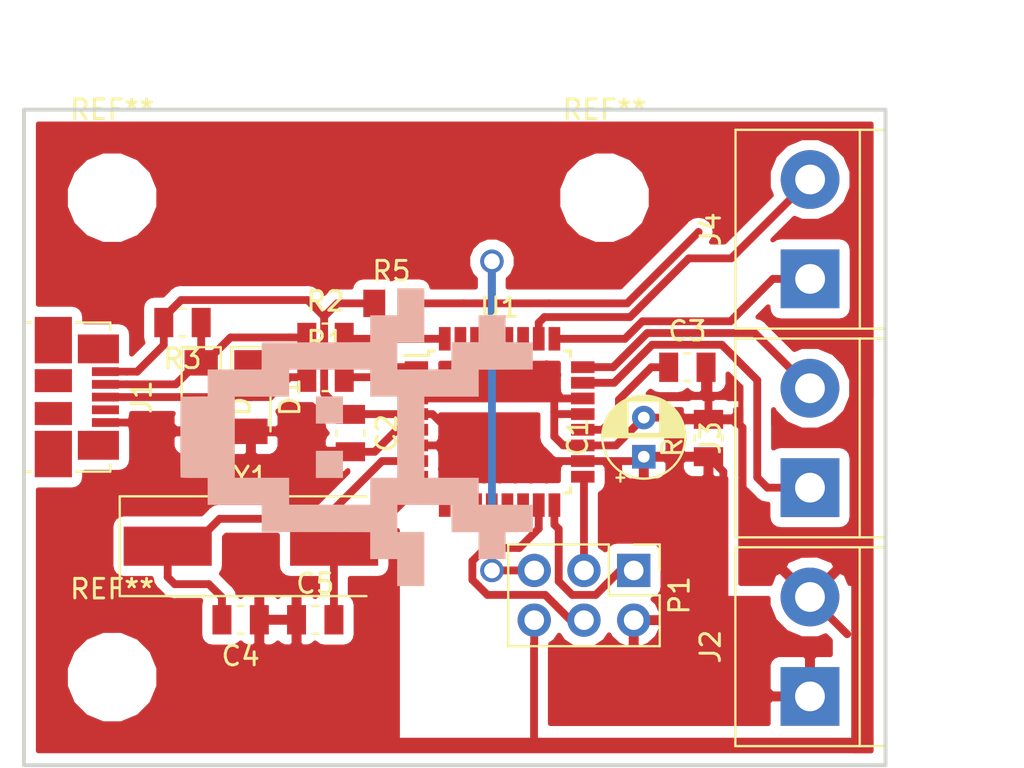
<source format=kicad_pcb>
(kicad_pcb (version 20171130) (host pcbnew 5.0.0-rc1-44a33f2~62~ubuntu16.04.1)

  (general
    (thickness 1.6)
    (drawings 6)
    (tracks 166)
    (zones 0)
    (modules 23)
    (nets 19)
  )

  (page A4)
  (layers
    (0 F.Cu signal)
    (31 B.Cu signal)
    (32 B.Adhes user hide)
    (33 F.Adhes user hide)
    (34 B.Paste user hide)
    (35 F.Paste user hide)
    (36 B.SilkS user)
    (37 F.SilkS user hide)
    (38 B.Mask user hide)
    (39 F.Mask user hide)
    (40 Dwgs.User user hide)
    (41 Cmts.User user)
    (42 Eco1.User user hide)
    (43 Eco2.User user hide)
    (44 Edge.Cuts user)
    (45 Margin user hide)
    (46 B.CrtYd user)
    (47 F.CrtYd user)
    (48 B.Fab user hide)
    (49 F.Fab user hide)
  )

  (setup
    (last_trace_width 0.25)
    (user_trace_width 0.4)
    (trace_clearance 0.2)
    (zone_clearance 0.508)
    (zone_45_only no)
    (trace_min 0.2)
    (segment_width 0.2)
    (edge_width 0.1)
    (via_size 0.8)
    (via_drill 0.4)
    (via_min_size 0.4)
    (via_min_drill 0.3)
    (user_via 1.2 0.8)
    (uvia_size 0.3)
    (uvia_drill 0.1)
    (uvias_allowed no)
    (uvia_min_size 0.2)
    (uvia_min_drill 0.1)
    (pcb_text_width 0.3)
    (pcb_text_size 1.5 1.5)
    (mod_edge_width 0.15)
    (mod_text_size 1 1)
    (mod_text_width 0.15)
    (pad_size 1.5 1.5)
    (pad_drill 0.6)
    (pad_to_mask_clearance 0)
    (aux_axis_origin 0 0)
    (visible_elements 7FFFFFFF)
    (pcbplotparams
      (layerselection 0x010f0_ffffffff)
      (usegerberextensions true)
      (usegerberattributes false)
      (usegerberadvancedattributes false)
      (creategerberjobfile false)
      (excludeedgelayer true)
      (linewidth 0.100000)
      (plotframeref false)
      (viasonmask false)
      (mode 1)
      (useauxorigin false)
      (hpglpennumber 1)
      (hpglpenspeed 20)
      (hpglpendiameter 15)
      (psnegative false)
      (psa4output false)
      (plotreference false)
      (plotvalue false)
      (plotinvisibletext false)
      (padsonsilk false)
      (subtractmaskfromsilk false)
      (outputformat 1)
      (mirror false)
      (drillshape 0)
      (scaleselection 1)
      (outputdirectory gerber))
  )

  (net 0 "")
  (net 1 +5V)
  (net 2 GND)
  (net 3 "Net-(C3-Pad1)")
  (net 4 "Net-(C4-Pad2)")
  (net 5 "Net-(C5-Pad2)")
  (net 6 "Net-(D1-Pad1)")
  (net 7 "Net-(D2-Pad1)")
  (net 8 "Net-(J1-Pad6)")
  (net 9 /X_Pos)
  (net 10 /Y_Pos)
  (net 11 "Net-(P1-Pad1)")
  (net 12 "Net-(P1-Pad3)")
  (net 13 "Net-(P1-Pad5)")
  (net 14 USB_DP)
  (net 15 USB_DM)
  (net 16 "Net-(P1-Pad4)")
  (net 17 /Z_Pos)
  (net 18 /W_Pos)

  (net_class Default "This is the default net class."
    (clearance 0.2)
    (trace_width 0.25)
    (via_dia 0.8)
    (via_drill 0.4)
    (uvia_dia 0.3)
    (uvia_drill 0.1)
    (add_net +5V)
    (add_net /W_Pos)
    (add_net /X_Pos)
    (add_net /Y_Pos)
    (add_net /Z_Pos)
    (add_net GND)
    (add_net "Net-(C3-Pad1)")
    (add_net "Net-(C4-Pad2)")
    (add_net "Net-(C5-Pad2)")
    (add_net "Net-(D1-Pad1)")
    (add_net "Net-(D2-Pad1)")
    (add_net "Net-(J1-Pad6)")
    (add_net "Net-(P1-Pad1)")
    (add_net "Net-(P1-Pad3)")
    (add_net "Net-(P1-Pad4)")
    (add_net "Net-(P1-Pad5)")
    (add_net USB_DM)
    (add_net USB_DP)
  )

  (module Connector_PinHeader_2.54mm:PinHeader_2x03_P2.54mm_Vertical (layer F.Cu) (tedit 59FED5CC) (tstamp 5B003B8E)
    (at 98.44 97.75 270)
    (descr "Through hole straight pin header, 2x03, 2.54mm pitch, double rows")
    (tags "Through hole pin header THT 2x03 2.54mm double row")
    (path /56D60ADC)
    (fp_text reference P1 (at 1.27 -2.33 270) (layer F.SilkS)
      (effects (font (size 1 1) (thickness 0.15)))
    )
    (fp_text value CONN_02X03 (at 1.27 7.41 270) (layer F.Fab)
      (effects (font (size 1 1) (thickness 0.15)))
    )
    (fp_line (start 0 -1.27) (end 3.81 -1.27) (layer F.Fab) (width 0.1))
    (fp_line (start 3.81 -1.27) (end 3.81 6.35) (layer F.Fab) (width 0.1))
    (fp_line (start 3.81 6.35) (end -1.27 6.35) (layer F.Fab) (width 0.1))
    (fp_line (start -1.27 6.35) (end -1.27 0) (layer F.Fab) (width 0.1))
    (fp_line (start -1.27 0) (end 0 -1.27) (layer F.Fab) (width 0.1))
    (fp_line (start -1.33 6.41) (end 3.87 6.41) (layer F.SilkS) (width 0.12))
    (fp_line (start -1.33 1.27) (end -1.33 6.41) (layer F.SilkS) (width 0.12))
    (fp_line (start 3.87 -1.33) (end 3.87 6.41) (layer F.SilkS) (width 0.12))
    (fp_line (start -1.33 1.27) (end 1.27 1.27) (layer F.SilkS) (width 0.12))
    (fp_line (start 1.27 1.27) (end 1.27 -1.33) (layer F.SilkS) (width 0.12))
    (fp_line (start 1.27 -1.33) (end 3.87 -1.33) (layer F.SilkS) (width 0.12))
    (fp_line (start -1.33 0) (end -1.33 -1.33) (layer F.SilkS) (width 0.12))
    (fp_line (start -1.33 -1.33) (end 0 -1.33) (layer F.SilkS) (width 0.12))
    (fp_line (start -1.8 -1.8) (end -1.8 6.85) (layer F.CrtYd) (width 0.05))
    (fp_line (start -1.8 6.85) (end 4.35 6.85) (layer F.CrtYd) (width 0.05))
    (fp_line (start 4.35 6.85) (end 4.35 -1.8) (layer F.CrtYd) (width 0.05))
    (fp_line (start 4.35 -1.8) (end -1.8 -1.8) (layer F.CrtYd) (width 0.05))
    (fp_text user %R (at 1.27 2.54) (layer F.Fab)
      (effects (font (size 1 1) (thickness 0.15)))
    )
    (pad 1 thru_hole rect (at 0 0 270) (size 1.7 1.7) (drill 1) (layers *.Cu *.Mask)
      (net 11 "Net-(P1-Pad1)"))
    (pad 2 thru_hole oval (at 2.54 0 270) (size 1.7 1.7) (drill 1) (layers *.Cu *.Mask)
      (net 1 +5V))
    (pad 3 thru_hole oval (at 0 2.54 270) (size 1.7 1.7) (drill 1) (layers *.Cu *.Mask)
      (net 12 "Net-(P1-Pad3)"))
    (pad 4 thru_hole oval (at 2.54 2.54 270) (size 1.7 1.7) (drill 1) (layers *.Cu *.Mask)
      (net 16 "Net-(P1-Pad4)"))
    (pad 5 thru_hole oval (at 0 5.08 270) (size 1.7 1.7) (drill 1) (layers *.Cu *.Mask)
      (net 13 "Net-(P1-Pad5)"))
    (pad 6 thru_hole oval (at 2.54 5.08 270) (size 1.7 1.7) (drill 1) (layers *.Cu *.Mask)
      (net 2 GND))
    (model ${KISYS3DMOD}/Connector_PinHeader_2.54mm.3dshapes/PinHeader_2x03_P2.54mm_Vertical.wrl
      (at (xyz 0 0 0))
      (scale (xyz 1 1 1))
      (rotate (xyz 0 0 0))
    )
  )

  (module MountingHole:MountingHole_3.5mm (layer F.Cu) (tedit 56D1B4CB) (tstamp 5B0045C8)
    (at 96.95 78.7)
    (descr "Mounting Hole 3.5mm, no annular")
    (tags "mounting hole 3.5mm no annular")
    (attr virtual)
    (fp_text reference REF** (at 0 -4.5) (layer F.SilkS)
      (effects (font (size 1 1) (thickness 0.15)))
    )
    (fp_text value MountingHole_3.5mm (at 0 4.5) (layer F.Fab)
      (effects (font (size 1 1) (thickness 0.15)))
    )
    (fp_text user %R (at 0.3 0) (layer F.Fab)
      (effects (font (size 1 1) (thickness 0.15)))
    )
    (fp_circle (center 0 0) (end 3.5 0) (layer Cmts.User) (width 0.15))
    (fp_circle (center 0 0) (end 3.75 0) (layer F.CrtYd) (width 0.05))
    (pad 1 np_thru_hole circle (at 0 0) (size 3.5 3.5) (drill 3.5) (layers *.Cu *.Mask))
  )

  (module TerminalBlock:TerminalBlock_bornier-2_P5.08mm (layer F.Cu) (tedit 59FF03AB) (tstamp 5B003FAD)
    (at 107.45 82.85 90)
    (descr "simple 2-pin terminal block, pitch 5.08mm, revamped version of bornier2")
    (tags "terminal block bornier2")
    (path /5ADB0B80)
    (fp_text reference J4 (at 2.54 -5.08 90) (layer F.SilkS)
      (effects (font (size 1 1) (thickness 0.15)))
    )
    (fp_text value Conn_01x02 (at 2.54 5.08 90) (layer F.Fab)
      (effects (font (size 1 1) (thickness 0.15)))
    )
    (fp_text user %R (at 2.54 0 90) (layer F.Fab)
      (effects (font (size 1 1) (thickness 0.15)))
    )
    (fp_line (start -2.41 2.55) (end 7.49 2.55) (layer F.Fab) (width 0.1))
    (fp_line (start -2.46 -3.75) (end -2.46 3.75) (layer F.Fab) (width 0.1))
    (fp_line (start -2.46 3.75) (end 7.54 3.75) (layer F.Fab) (width 0.1))
    (fp_line (start 7.54 3.75) (end 7.54 -3.75) (layer F.Fab) (width 0.1))
    (fp_line (start 7.54 -3.75) (end -2.46 -3.75) (layer F.Fab) (width 0.1))
    (fp_line (start 7.62 2.54) (end -2.54 2.54) (layer F.SilkS) (width 0.12))
    (fp_line (start 7.62 3.81) (end 7.62 -3.81) (layer F.SilkS) (width 0.12))
    (fp_line (start 7.62 -3.81) (end -2.54 -3.81) (layer F.SilkS) (width 0.12))
    (fp_line (start -2.54 -3.81) (end -2.54 3.81) (layer F.SilkS) (width 0.12))
    (fp_line (start -2.54 3.81) (end 7.62 3.81) (layer F.SilkS) (width 0.12))
    (fp_line (start -2.71 -4) (end 7.79 -4) (layer F.CrtYd) (width 0.05))
    (fp_line (start -2.71 -4) (end -2.71 4) (layer F.CrtYd) (width 0.05))
    (fp_line (start 7.79 4) (end 7.79 -4) (layer F.CrtYd) (width 0.05))
    (fp_line (start 7.79 4) (end -2.71 4) (layer F.CrtYd) (width 0.05))
    (pad 1 thru_hole rect (at 0 0 90) (size 3 3) (drill 1.52) (layers *.Cu *.Mask)
      (net 17 /Z_Pos))
    (pad 2 thru_hole circle (at 5.08 0 90) (size 3 3) (drill 1.52) (layers *.Cu *.Mask)
      (net 18 /W_Pos))
    (model ${KISYS3DMOD}/TerminalBlock.3dshapes/TerminalBlock_bornier-2_P5.08mm.wrl
      (offset (xyz 2.539999961853027 0 0))
      (scale (xyz 1 1 1))
      (rotate (xyz 0 0 0))
    )
  )

  (module MountingHole:MountingHole_3.5mm (layer F.Cu) (tedit 56D1B4CB) (tstamp 5B00444D)
    (at 71.8 103.2)
    (descr "Mounting Hole 3.5mm, no annular")
    (tags "mounting hole 3.5mm no annular")
    (attr virtual)
    (fp_text reference REF** (at 0 -4.5) (layer F.SilkS)
      (effects (font (size 1 1) (thickness 0.15)))
    )
    (fp_text value MountingHole_3.5mm (at 0 4.5) (layer F.Fab)
      (effects (font (size 1 1) (thickness 0.15)))
    )
    (fp_text user %R (at 0.3 0) (layer F.Fab)
      (effects (font (size 1 1) (thickness 0.15)))
    )
    (fp_circle (center 0 0) (end 3.5 0) (layer Cmts.User) (width 0.15))
    (fp_circle (center 0 0) (end 3.75 0) (layer F.CrtYd) (width 0.05))
    (pad 1 np_thru_hole circle (at 0 0) (size 3.5 3.5) (drill 3.5) (layers *.Cu *.Mask))
  )

  (module Package_QFP:LQFP-32_7x7mm_P0.8mm (layer F.Cu) (tedit 5A02F146) (tstamp 5B004E31)
    (at 91.59 90.16)
    (descr "LQFP32: plastic low profile quad flat package; 32 leads; body 7 x 7 x 1.4 mm (see NXP sot358-1_po.pdf and sot358-1_fr.pdf)")
    (tags "QFP 0.8")
    (path /5A2DAD9A)
    (attr smd)
    (fp_text reference U1 (at 0 -5.85) (layer F.SilkS)
      (effects (font (size 1 1) (thickness 0.15)))
    )
    (fp_text value ATMEGA328P-AU (at 0 5.85) (layer F.Fab)
      (effects (font (size 1 1) (thickness 0.15)))
    )
    (fp_text user %R (at 0 0) (layer F.Fab)
      (effects (font (size 1 1) (thickness 0.15)))
    )
    (fp_line (start -2.5 -3.5) (end 3.5 -3.5) (layer F.Fab) (width 0.15))
    (fp_line (start 3.5 -3.5) (end 3.5 3.5) (layer F.Fab) (width 0.15))
    (fp_line (start 3.5 3.5) (end -3.5 3.5) (layer F.Fab) (width 0.15))
    (fp_line (start -3.5 3.5) (end -3.5 -2.5) (layer F.Fab) (width 0.15))
    (fp_line (start -3.5 -2.5) (end -2.5 -3.5) (layer F.Fab) (width 0.15))
    (fp_line (start -5.1 -5.1) (end -5.1 5.1) (layer F.CrtYd) (width 0.05))
    (fp_line (start 5.1 -5.1) (end 5.1 5.1) (layer F.CrtYd) (width 0.05))
    (fp_line (start -5.1 -5.1) (end 5.1 -5.1) (layer F.CrtYd) (width 0.05))
    (fp_line (start -5.1 5.1) (end 5.1 5.1) (layer F.CrtYd) (width 0.05))
    (fp_line (start -3.625 -3.625) (end -3.625 -3.4) (layer F.SilkS) (width 0.15))
    (fp_line (start 3.625 -3.625) (end 3.625 -3.325) (layer F.SilkS) (width 0.15))
    (fp_line (start 3.625 3.625) (end 3.625 3.325) (layer F.SilkS) (width 0.15))
    (fp_line (start -3.625 3.625) (end -3.625 3.325) (layer F.SilkS) (width 0.15))
    (fp_line (start -3.625 -3.625) (end -3.325 -3.625) (layer F.SilkS) (width 0.15))
    (fp_line (start -3.625 3.625) (end -3.325 3.625) (layer F.SilkS) (width 0.15))
    (fp_line (start 3.625 3.625) (end 3.325 3.625) (layer F.SilkS) (width 0.15))
    (fp_line (start 3.625 -3.625) (end 3.325 -3.625) (layer F.SilkS) (width 0.15))
    (fp_line (start -3.625 -3.4) (end -4.85 -3.4) (layer F.SilkS) (width 0.15))
    (pad 1 smd rect (at -4.25 -2.8) (size 1.2 0.6) (layers F.Cu F.Paste F.Mask)
      (net 14 USB_DP))
    (pad 2 smd rect (at -4.25 -2) (size 1.2 0.6) (layers F.Cu F.Paste F.Mask))
    (pad 3 smd rect (at -4.25 -1.2) (size 1.2 0.6) (layers F.Cu F.Paste F.Mask)
      (net 2 GND))
    (pad 4 smd rect (at -4.25 -0.4) (size 1.2 0.6) (layers F.Cu F.Paste F.Mask)
      (net 1 +5V))
    (pad 5 smd rect (at -4.25 0.4) (size 1.2 0.6) (layers F.Cu F.Paste F.Mask)
      (net 2 GND))
    (pad 6 smd rect (at -4.25 1.2) (size 1.2 0.6) (layers F.Cu F.Paste F.Mask)
      (net 1 +5V))
    (pad 7 smd rect (at -4.25 2) (size 1.2 0.6) (layers F.Cu F.Paste F.Mask)
      (net 4 "Net-(C4-Pad2)"))
    (pad 8 smd rect (at -4.25 2.8) (size 1.2 0.6) (layers F.Cu F.Paste F.Mask)
      (net 5 "Net-(C5-Pad2)"))
    (pad 9 smd rect (at -2.8 4.25 90) (size 1.2 0.6) (layers F.Cu F.Paste F.Mask))
    (pad 10 smd rect (at -2 4.25 90) (size 1.2 0.6) (layers F.Cu F.Paste F.Mask))
    (pad 11 smd rect (at -1.2 4.25 90) (size 1.2 0.6) (layers F.Cu F.Paste F.Mask))
    (pad 12 smd rect (at -0.4 4.25 90) (size 1.2 0.6) (layers F.Cu F.Paste F.Mask))
    (pad 13 smd rect (at 0.4 4.25 90) (size 1.2 0.6) (layers F.Cu F.Paste F.Mask))
    (pad 14 smd rect (at 1.2 4.25 90) (size 1.2 0.6) (layers F.Cu F.Paste F.Mask))
    (pad 15 smd rect (at 2 4.25 90) (size 1.2 0.6) (layers F.Cu F.Paste F.Mask)
      (net 16 "Net-(P1-Pad4)"))
    (pad 16 smd rect (at 2.8 4.25 90) (size 1.2 0.6) (layers F.Cu F.Paste F.Mask)
      (net 11 "Net-(P1-Pad1)"))
    (pad 17 smd rect (at 4.25 2.8) (size 1.2 0.6) (layers F.Cu F.Paste F.Mask)
      (net 12 "Net-(P1-Pad3)"))
    (pad 18 smd rect (at 4.25 2) (size 1.2 0.6) (layers F.Cu F.Paste F.Mask)
      (net 1 +5V))
    (pad 19 smd rect (at 4.25 1.2) (size 1.2 0.6) (layers F.Cu F.Paste F.Mask)
      (net 2 GND))
    (pad 20 smd rect (at 4.25 0.4) (size 1.2 0.6) (layers F.Cu F.Paste F.Mask)
      (net 3 "Net-(C3-Pad1)"))
    (pad 21 smd rect (at 4.25 -0.4) (size 1.2 0.6) (layers F.Cu F.Paste F.Mask)
      (net 2 GND))
    (pad 22 smd rect (at 4.25 -1.2) (size 1.2 0.6) (layers F.Cu F.Paste F.Mask)
      (net 2 GND))
    (pad 23 smd rect (at 4.25 -2) (size 1.2 0.6) (layers F.Cu F.Paste F.Mask)
      (net 9 /X_Pos))
    (pad 24 smd rect (at 4.25 -2.8) (size 1.2 0.6) (layers F.Cu F.Paste F.Mask)
      (net 10 /Y_Pos))
    (pad 25 smd rect (at 2.8 -4.25 90) (size 1.2 0.6) (layers F.Cu F.Paste F.Mask)
      (net 17 /Z_Pos))
    (pad 26 smd rect (at 2 -4.25 90) (size 1.2 0.6) (layers F.Cu F.Paste F.Mask)
      (net 18 /W_Pos))
    (pad 27 smd rect (at 1.2 -4.25 90) (size 1.2 0.6) (layers F.Cu F.Paste F.Mask))
    (pad 28 smd rect (at 0.4 -4.25 90) (size 1.2 0.6) (layers F.Cu F.Paste F.Mask))
    (pad 29 smd rect (at -0.4 -4.25 90) (size 1.2 0.6) (layers F.Cu F.Paste F.Mask)
      (net 13 "Net-(P1-Pad5)"))
    (pad 30 smd rect (at -1.2 -4.25 90) (size 1.2 0.6) (layers F.Cu F.Paste F.Mask))
    (pad 31 smd rect (at -2 -4.25 90) (size 1.2 0.6) (layers F.Cu F.Paste F.Mask))
    (pad 32 smd rect (at -2.8 -4.25 90) (size 1.2 0.6) (layers F.Cu F.Paste F.Mask)
      (net 15 USB_DM))
    (model ${KISYS3DMOD}/Package_QFP.3dshapes/LQFP-32_7x7mm_P0.8mm.wrl
      (at (xyz 0 0 0))
      (scale (xyz 1 1 1))
      (rotate (xyz 0 0 0))
    )
  )

  (module Diode_SMD:D_MiniMELF (layer F.Cu) (tedit 5905D8F5) (tstamp 5B003BDC)
    (at 76.35 88.89 270)
    (descr "Diode Mini-MELF")
    (tags "Diode Mini-MELF")
    (path /5A2E040E)
    (attr smd)
    (fp_text reference D2 (at 0 -2 270) (layer F.SilkS)
      (effects (font (size 1 1) (thickness 0.15)))
    )
    (fp_text value D_Zener (at 0 1.75 270) (layer F.Fab)
      (effects (font (size 1 1) (thickness 0.15)))
    )
    (fp_text user %R (at 0 -2 270) (layer F.Fab)
      (effects (font (size 1 1) (thickness 0.15)))
    )
    (fp_line (start 1.75 -1) (end -2.55 -1) (layer F.SilkS) (width 0.12))
    (fp_line (start -2.55 -1) (end -2.55 1) (layer F.SilkS) (width 0.12))
    (fp_line (start -2.55 1) (end 1.75 1) (layer F.SilkS) (width 0.12))
    (fp_line (start 1.65 -0.8) (end 1.65 0.8) (layer F.Fab) (width 0.1))
    (fp_line (start 1.65 0.8) (end -1.65 0.8) (layer F.Fab) (width 0.1))
    (fp_line (start -1.65 0.8) (end -1.65 -0.8) (layer F.Fab) (width 0.1))
    (fp_line (start -1.65 -0.8) (end 1.65 -0.8) (layer F.Fab) (width 0.1))
    (fp_line (start 0.25 0) (end 0.75 0) (layer F.Fab) (width 0.1))
    (fp_line (start 0.25 0.4) (end -0.35 0) (layer F.Fab) (width 0.1))
    (fp_line (start 0.25 -0.4) (end 0.25 0.4) (layer F.Fab) (width 0.1))
    (fp_line (start -0.35 0) (end 0.25 -0.4) (layer F.Fab) (width 0.1))
    (fp_line (start -0.35 0) (end -0.35 0.55) (layer F.Fab) (width 0.1))
    (fp_line (start -0.35 0) (end -0.35 -0.55) (layer F.Fab) (width 0.1))
    (fp_line (start -0.75 0) (end -0.35 0) (layer F.Fab) (width 0.1))
    (fp_line (start -2.65 -1.1) (end 2.65 -1.1) (layer F.CrtYd) (width 0.05))
    (fp_line (start 2.65 -1.1) (end 2.65 1.1) (layer F.CrtYd) (width 0.05))
    (fp_line (start 2.65 1.1) (end -2.65 1.1) (layer F.CrtYd) (width 0.05))
    (fp_line (start -2.65 1.1) (end -2.65 -1.1) (layer F.CrtYd) (width 0.05))
    (pad 1 smd rect (at -1.75 0 270) (size 1.3 1.7) (layers F.Cu F.Paste F.Mask)
      (net 7 "Net-(D2-Pad1)"))
    (pad 2 smd rect (at 1.75 0 270) (size 1.3 1.7) (layers F.Cu F.Paste F.Mask)
      (net 2 GND))
    (model ${KISYS3DMOD}/Diode_SMD.3dshapes/D_MiniMELF.wrl
      (at (xyz 0 0 0))
      (scale (xyz 1 1 1))
      (rotate (xyz 0 0 0))
    )
  )

  (module Capacitor_THT:CP_Radial_D4.0mm_P2.00mm (layer F.Cu) (tedit 5A533290) (tstamp 5B0040DF)
    (at 98.956 91.938 90)
    (descr "CP, Radial series, Radial, pin pitch=2.00mm, , diameter=4mm, Electrolytic Capacitor")
    (tags "CP Radial series Radial pin pitch 2.00mm  diameter 4mm Electrolytic Capacitor")
    (path /56D07D43)
    (fp_text reference C1 (at 1 -3.37 90) (layer F.SilkS)
      (effects (font (size 1 1) (thickness 0.15)))
    )
    (fp_text value 10µ (at 1 3.37 90) (layer F.Fab)
      (effects (font (size 1 1) (thickness 0.15)))
    )
    (fp_circle (center 1 0) (end 3 0) (layer F.Fab) (width 0.1))
    (fp_circle (center 1 0) (end 3.12 0) (layer F.SilkS) (width 0.12))
    (fp_circle (center 1 0) (end 3.25 0) (layer F.CrtYd) (width 0.05))
    (fp_line (start -0.702554 -0.8675) (end -0.302554 -0.8675) (layer F.Fab) (width 0.1))
    (fp_line (start -0.502554 -1.0675) (end -0.502554 -0.6675) (layer F.Fab) (width 0.1))
    (fp_line (start 1 -2.08) (end 1 2.08) (layer F.SilkS) (width 0.12))
    (fp_line (start 1.04 -2.08) (end 1.04 2.08) (layer F.SilkS) (width 0.12))
    (fp_line (start 1.08 -2.079) (end 1.08 2.079) (layer F.SilkS) (width 0.12))
    (fp_line (start 1.12 -2.077) (end 1.12 2.077) (layer F.SilkS) (width 0.12))
    (fp_line (start 1.16 -2.074) (end 1.16 2.074) (layer F.SilkS) (width 0.12))
    (fp_line (start 1.2 -2.071) (end 1.2 -0.84) (layer F.SilkS) (width 0.12))
    (fp_line (start 1.2 0.84) (end 1.2 2.071) (layer F.SilkS) (width 0.12))
    (fp_line (start 1.24 -2.067) (end 1.24 -0.84) (layer F.SilkS) (width 0.12))
    (fp_line (start 1.24 0.84) (end 1.24 2.067) (layer F.SilkS) (width 0.12))
    (fp_line (start 1.28 -2.062) (end 1.28 -0.84) (layer F.SilkS) (width 0.12))
    (fp_line (start 1.28 0.84) (end 1.28 2.062) (layer F.SilkS) (width 0.12))
    (fp_line (start 1.32 -2.056) (end 1.32 -0.84) (layer F.SilkS) (width 0.12))
    (fp_line (start 1.32 0.84) (end 1.32 2.056) (layer F.SilkS) (width 0.12))
    (fp_line (start 1.36 -2.05) (end 1.36 -0.84) (layer F.SilkS) (width 0.12))
    (fp_line (start 1.36 0.84) (end 1.36 2.05) (layer F.SilkS) (width 0.12))
    (fp_line (start 1.4 -2.042) (end 1.4 -0.84) (layer F.SilkS) (width 0.12))
    (fp_line (start 1.4 0.84) (end 1.4 2.042) (layer F.SilkS) (width 0.12))
    (fp_line (start 1.44 -2.034) (end 1.44 -0.84) (layer F.SilkS) (width 0.12))
    (fp_line (start 1.44 0.84) (end 1.44 2.034) (layer F.SilkS) (width 0.12))
    (fp_line (start 1.48 -2.025) (end 1.48 -0.84) (layer F.SilkS) (width 0.12))
    (fp_line (start 1.48 0.84) (end 1.48 2.025) (layer F.SilkS) (width 0.12))
    (fp_line (start 1.52 -2.016) (end 1.52 -0.84) (layer F.SilkS) (width 0.12))
    (fp_line (start 1.52 0.84) (end 1.52 2.016) (layer F.SilkS) (width 0.12))
    (fp_line (start 1.56 -2.005) (end 1.56 -0.84) (layer F.SilkS) (width 0.12))
    (fp_line (start 1.56 0.84) (end 1.56 2.005) (layer F.SilkS) (width 0.12))
    (fp_line (start 1.6 -1.994) (end 1.6 -0.84) (layer F.SilkS) (width 0.12))
    (fp_line (start 1.6 0.84) (end 1.6 1.994) (layer F.SilkS) (width 0.12))
    (fp_line (start 1.64 -1.982) (end 1.64 -0.84) (layer F.SilkS) (width 0.12))
    (fp_line (start 1.64 0.84) (end 1.64 1.982) (layer F.SilkS) (width 0.12))
    (fp_line (start 1.68 -1.968) (end 1.68 -0.84) (layer F.SilkS) (width 0.12))
    (fp_line (start 1.68 0.84) (end 1.68 1.968) (layer F.SilkS) (width 0.12))
    (fp_line (start 1.721 -1.954) (end 1.721 -0.84) (layer F.SilkS) (width 0.12))
    (fp_line (start 1.721 0.84) (end 1.721 1.954) (layer F.SilkS) (width 0.12))
    (fp_line (start 1.761 -1.94) (end 1.761 -0.84) (layer F.SilkS) (width 0.12))
    (fp_line (start 1.761 0.84) (end 1.761 1.94) (layer F.SilkS) (width 0.12))
    (fp_line (start 1.801 -1.924) (end 1.801 -0.84) (layer F.SilkS) (width 0.12))
    (fp_line (start 1.801 0.84) (end 1.801 1.924) (layer F.SilkS) (width 0.12))
    (fp_line (start 1.841 -1.907) (end 1.841 -0.84) (layer F.SilkS) (width 0.12))
    (fp_line (start 1.841 0.84) (end 1.841 1.907) (layer F.SilkS) (width 0.12))
    (fp_line (start 1.881 -1.889) (end 1.881 -0.84) (layer F.SilkS) (width 0.12))
    (fp_line (start 1.881 0.84) (end 1.881 1.889) (layer F.SilkS) (width 0.12))
    (fp_line (start 1.921 -1.87) (end 1.921 -0.84) (layer F.SilkS) (width 0.12))
    (fp_line (start 1.921 0.84) (end 1.921 1.87) (layer F.SilkS) (width 0.12))
    (fp_line (start 1.961 -1.851) (end 1.961 -0.84) (layer F.SilkS) (width 0.12))
    (fp_line (start 1.961 0.84) (end 1.961 1.851) (layer F.SilkS) (width 0.12))
    (fp_line (start 2.001 -1.83) (end 2.001 -0.84) (layer F.SilkS) (width 0.12))
    (fp_line (start 2.001 0.84) (end 2.001 1.83) (layer F.SilkS) (width 0.12))
    (fp_line (start 2.041 -1.808) (end 2.041 -0.84) (layer F.SilkS) (width 0.12))
    (fp_line (start 2.041 0.84) (end 2.041 1.808) (layer F.SilkS) (width 0.12))
    (fp_line (start 2.081 -1.785) (end 2.081 -0.84) (layer F.SilkS) (width 0.12))
    (fp_line (start 2.081 0.84) (end 2.081 1.785) (layer F.SilkS) (width 0.12))
    (fp_line (start 2.121 -1.76) (end 2.121 -0.84) (layer F.SilkS) (width 0.12))
    (fp_line (start 2.121 0.84) (end 2.121 1.76) (layer F.SilkS) (width 0.12))
    (fp_line (start 2.161 -1.735) (end 2.161 -0.84) (layer F.SilkS) (width 0.12))
    (fp_line (start 2.161 0.84) (end 2.161 1.735) (layer F.SilkS) (width 0.12))
    (fp_line (start 2.201 -1.708) (end 2.201 -0.84) (layer F.SilkS) (width 0.12))
    (fp_line (start 2.201 0.84) (end 2.201 1.708) (layer F.SilkS) (width 0.12))
    (fp_line (start 2.241 -1.68) (end 2.241 -0.84) (layer F.SilkS) (width 0.12))
    (fp_line (start 2.241 0.84) (end 2.241 1.68) (layer F.SilkS) (width 0.12))
    (fp_line (start 2.281 -1.65) (end 2.281 -0.84) (layer F.SilkS) (width 0.12))
    (fp_line (start 2.281 0.84) (end 2.281 1.65) (layer F.SilkS) (width 0.12))
    (fp_line (start 2.321 -1.619) (end 2.321 -0.84) (layer F.SilkS) (width 0.12))
    (fp_line (start 2.321 0.84) (end 2.321 1.619) (layer F.SilkS) (width 0.12))
    (fp_line (start 2.361 -1.587) (end 2.361 -0.84) (layer F.SilkS) (width 0.12))
    (fp_line (start 2.361 0.84) (end 2.361 1.587) (layer F.SilkS) (width 0.12))
    (fp_line (start 2.401 -1.552) (end 2.401 -0.84) (layer F.SilkS) (width 0.12))
    (fp_line (start 2.401 0.84) (end 2.401 1.552) (layer F.SilkS) (width 0.12))
    (fp_line (start 2.441 -1.516) (end 2.441 -0.84) (layer F.SilkS) (width 0.12))
    (fp_line (start 2.441 0.84) (end 2.441 1.516) (layer F.SilkS) (width 0.12))
    (fp_line (start 2.481 -1.478) (end 2.481 -0.84) (layer F.SilkS) (width 0.12))
    (fp_line (start 2.481 0.84) (end 2.481 1.478) (layer F.SilkS) (width 0.12))
    (fp_line (start 2.521 -1.438) (end 2.521 -0.84) (layer F.SilkS) (width 0.12))
    (fp_line (start 2.521 0.84) (end 2.521 1.438) (layer F.SilkS) (width 0.12))
    (fp_line (start 2.561 -1.396) (end 2.561 -0.84) (layer F.SilkS) (width 0.12))
    (fp_line (start 2.561 0.84) (end 2.561 1.396) (layer F.SilkS) (width 0.12))
    (fp_line (start 2.601 -1.351) (end 2.601 -0.84) (layer F.SilkS) (width 0.12))
    (fp_line (start 2.601 0.84) (end 2.601 1.351) (layer F.SilkS) (width 0.12))
    (fp_line (start 2.641 -1.304) (end 2.641 -0.84) (layer F.SilkS) (width 0.12))
    (fp_line (start 2.641 0.84) (end 2.641 1.304) (layer F.SilkS) (width 0.12))
    (fp_line (start 2.681 -1.254) (end 2.681 -0.84) (layer F.SilkS) (width 0.12))
    (fp_line (start 2.681 0.84) (end 2.681 1.254) (layer F.SilkS) (width 0.12))
    (fp_line (start 2.721 -1.2) (end 2.721 -0.84) (layer F.SilkS) (width 0.12))
    (fp_line (start 2.721 0.84) (end 2.721 1.2) (layer F.SilkS) (width 0.12))
    (fp_line (start 2.761 -1.142) (end 2.761 -0.84) (layer F.SilkS) (width 0.12))
    (fp_line (start 2.761 0.84) (end 2.761 1.142) (layer F.SilkS) (width 0.12))
    (fp_line (start 2.801 -1.08) (end 2.801 -0.84) (layer F.SilkS) (width 0.12))
    (fp_line (start 2.801 0.84) (end 2.801 1.08) (layer F.SilkS) (width 0.12))
    (fp_line (start 2.841 -1.013) (end 2.841 1.013) (layer F.SilkS) (width 0.12))
    (fp_line (start 2.881 -0.94) (end 2.881 0.94) (layer F.SilkS) (width 0.12))
    (fp_line (start 2.921 -0.859) (end 2.921 0.859) (layer F.SilkS) (width 0.12))
    (fp_line (start 2.961 -0.768) (end 2.961 0.768) (layer F.SilkS) (width 0.12))
    (fp_line (start 3.001 -0.664) (end 3.001 0.664) (layer F.SilkS) (width 0.12))
    (fp_line (start 3.041 -0.537) (end 3.041 0.537) (layer F.SilkS) (width 0.12))
    (fp_line (start 3.081 -0.37) (end 3.081 0.37) (layer F.SilkS) (width 0.12))
    (fp_line (start -1.269801 -1.195) (end -0.869801 -1.195) (layer F.SilkS) (width 0.12))
    (fp_line (start -1.069801 -1.395) (end -1.069801 -0.995) (layer F.SilkS) (width 0.12))
    (fp_text user %R (at 1 0 90) (layer F.Fab)
      (effects (font (size 0.8 0.8) (thickness 0.12)))
    )
    (pad 1 thru_hole rect (at 0 0 90) (size 1.2 1.2) (drill 0.6) (layers *.Cu *.Mask)
      (net 1 +5V))
    (pad 2 thru_hole circle (at 2 0 90) (size 1.2 1.2) (drill 0.6) (layers *.Cu *.Mask)
      (net 2 GND))
    (model ${KISYS3DMOD}/Capacitor_THT.3dshapes/CP_Radial_D4.0mm_P2.00mm.wrl
      (at (xyz 0 0 0))
      (scale (xyz 1 1 1))
      (rotate (xyz 0 0 0))
    )
  )

  (module Capacitor_SMD:C_0805_2012Metric (layer F.Cu) (tedit 59FE48B8) (tstamp 5B003C8B)
    (at 83.97 90.729 270)
    (descr "Capacitor SMD 0805 (2012 Metric), square (rectangular) end terminal, IPC_7351 nominal, (Body size source: http://www.tortai-tech.com/upload/download/2011102023233369053.pdf), generated with kicad-footprint-generator")
    (tags capacitor)
    (path /56D07DC1)
    (attr smd)
    (fp_text reference C2 (at 0 -1.85 270) (layer F.SilkS)
      (effects (font (size 1 1) (thickness 0.15)))
    )
    (fp_text value 100n (at 0 1.85 270) (layer F.Fab)
      (effects (font (size 1 1) (thickness 0.15)))
    )
    (fp_line (start -1 0.6) (end -1 -0.6) (layer F.Fab) (width 0.1))
    (fp_line (start -1 -0.6) (end 1 -0.6) (layer F.Fab) (width 0.1))
    (fp_line (start 1 -0.6) (end 1 0.6) (layer F.Fab) (width 0.1))
    (fp_line (start 1 0.6) (end -1 0.6) (layer F.Fab) (width 0.1))
    (fp_line (start -0.15 -0.71) (end 0.15 -0.71) (layer F.SilkS) (width 0.12))
    (fp_line (start -0.15 0.71) (end 0.15 0.71) (layer F.SilkS) (width 0.12))
    (fp_line (start -1.69 1) (end -1.69 -1) (layer F.CrtYd) (width 0.05))
    (fp_line (start -1.69 -1) (end 1.69 -1) (layer F.CrtYd) (width 0.05))
    (fp_line (start 1.69 -1) (end 1.69 1) (layer F.CrtYd) (width 0.05))
    (fp_line (start 1.69 1) (end -1.69 1) (layer F.CrtYd) (width 0.05))
    (fp_text user %R (at 0 0 270) (layer F.Fab)
      (effects (font (size 0.5 0.5) (thickness 0.08)))
    )
    (pad 1 smd rect (at -0.955 0 270) (size 0.97 1.5) (layers F.Cu F.Paste F.Mask)
      (net 1 +5V))
    (pad 2 smd rect (at 0.955 0 270) (size 0.97 1.5) (layers F.Cu F.Paste F.Mask)
      (net 2 GND))
    (model ${KISYS3DMOD}/Capacitor_SMD.3dshapes/C_0805_2012Metric.wrl
      (at (xyz 0 0 0))
      (scale (xyz 1 1 1))
      (rotate (xyz 0 0 0))
    )
  )

  (module Capacitor_SMD:C_0805_2012Metric (layer F.Cu) (tedit 59FE48B8) (tstamp 5B004243)
    (at 101.181 87.366)
    (descr "Capacitor SMD 0805 (2012 Metric), square (rectangular) end terminal, IPC_7351 nominal, (Body size source: http://www.tortai-tech.com/upload/download/2011102023233369053.pdf), generated with kicad-footprint-generator")
    (tags capacitor)
    (path /56D07D78)
    (attr smd)
    (fp_text reference C3 (at 0 -1.85) (layer F.SilkS)
      (effects (font (size 1 1) (thickness 0.15)))
    )
    (fp_text value 100n (at 0 1.85) (layer F.Fab)
      (effects (font (size 1 1) (thickness 0.15)))
    )
    (fp_text user %R (at 0 0) (layer F.Fab)
      (effects (font (size 0.5 0.5) (thickness 0.08)))
    )
    (fp_line (start 1.69 1) (end -1.69 1) (layer F.CrtYd) (width 0.05))
    (fp_line (start 1.69 -1) (end 1.69 1) (layer F.CrtYd) (width 0.05))
    (fp_line (start -1.69 -1) (end 1.69 -1) (layer F.CrtYd) (width 0.05))
    (fp_line (start -1.69 1) (end -1.69 -1) (layer F.CrtYd) (width 0.05))
    (fp_line (start -0.15 0.71) (end 0.15 0.71) (layer F.SilkS) (width 0.12))
    (fp_line (start -0.15 -0.71) (end 0.15 -0.71) (layer F.SilkS) (width 0.12))
    (fp_line (start 1 0.6) (end -1 0.6) (layer F.Fab) (width 0.1))
    (fp_line (start 1 -0.6) (end 1 0.6) (layer F.Fab) (width 0.1))
    (fp_line (start -1 -0.6) (end 1 -0.6) (layer F.Fab) (width 0.1))
    (fp_line (start -1 0.6) (end -1 -0.6) (layer F.Fab) (width 0.1))
    (pad 2 smd rect (at 0.955 0) (size 0.97 1.5) (layers F.Cu F.Paste F.Mask)
      (net 2 GND))
    (pad 1 smd rect (at -0.955 0) (size 0.97 1.5) (layers F.Cu F.Paste F.Mask)
      (net 3 "Net-(C3-Pad1)"))
    (model ${KISYS3DMOD}/Capacitor_SMD.3dshapes/C_0805_2012Metric.wrl
      (at (xyz 0 0 0))
      (scale (xyz 1 1 1))
      (rotate (xyz 0 0 0))
    )
  )

  (module Capacitor_SMD:C_0805_2012Metric (layer F.Cu) (tedit 59FE48B8) (tstamp 5B0043E1)
    (at 78.365 100.27 180)
    (descr "Capacitor SMD 0805 (2012 Metric), square (rectangular) end terminal, IPC_7351 nominal, (Body size source: http://www.tortai-tech.com/upload/download/2011102023233369053.pdf), generated with kicad-footprint-generator")
    (tags capacitor)
    (path /5700A528)
    (attr smd)
    (fp_text reference C4 (at 0 -1.85 180) (layer F.SilkS)
      (effects (font (size 1 1) (thickness 0.15)))
    )
    (fp_text value 27p (at 0 1.85 180) (layer F.Fab)
      (effects (font (size 1 1) (thickness 0.15)))
    )
    (fp_line (start -1 0.6) (end -1 -0.6) (layer F.Fab) (width 0.1))
    (fp_line (start -1 -0.6) (end 1 -0.6) (layer F.Fab) (width 0.1))
    (fp_line (start 1 -0.6) (end 1 0.6) (layer F.Fab) (width 0.1))
    (fp_line (start 1 0.6) (end -1 0.6) (layer F.Fab) (width 0.1))
    (fp_line (start -0.15 -0.71) (end 0.15 -0.71) (layer F.SilkS) (width 0.12))
    (fp_line (start -0.15 0.71) (end 0.15 0.71) (layer F.SilkS) (width 0.12))
    (fp_line (start -1.69 1) (end -1.69 -1) (layer F.CrtYd) (width 0.05))
    (fp_line (start -1.69 -1) (end 1.69 -1) (layer F.CrtYd) (width 0.05))
    (fp_line (start 1.69 -1) (end 1.69 1) (layer F.CrtYd) (width 0.05))
    (fp_line (start 1.69 1) (end -1.69 1) (layer F.CrtYd) (width 0.05))
    (fp_text user %R (at 0 0 180) (layer F.Fab)
      (effects (font (size 0.5 0.5) (thickness 0.08)))
    )
    (pad 1 smd rect (at -0.955 0 180) (size 0.97 1.5) (layers F.Cu F.Paste F.Mask)
      (net 2 GND))
    (pad 2 smd rect (at 0.955 0 180) (size 0.97 1.5) (layers F.Cu F.Paste F.Mask)
      (net 4 "Net-(C4-Pad2)"))
    (model ${KISYS3DMOD}/Capacitor_SMD.3dshapes/C_0805_2012Metric.wrl
      (at (xyz 0 0 0))
      (scale (xyz 1 1 1))
      (rotate (xyz 0 0 0))
    )
  )

  (module Capacitor_SMD:C_0805_2012Metric (layer F.Cu) (tedit 59FE48B8) (tstamp 5B0043B1)
    (at 82.175 100.27)
    (descr "Capacitor SMD 0805 (2012 Metric), square (rectangular) end terminal, IPC_7351 nominal, (Body size source: http://www.tortai-tech.com/upload/download/2011102023233369053.pdf), generated with kicad-footprint-generator")
    (tags capacitor)
    (path /5700A497)
    (attr smd)
    (fp_text reference C5 (at 0 -1.85) (layer F.SilkS)
      (effects (font (size 1 1) (thickness 0.15)))
    )
    (fp_text value 27p (at 0 1.85) (layer F.Fab)
      (effects (font (size 1 1) (thickness 0.15)))
    )
    (fp_text user %R (at 0 0) (layer F.Fab)
      (effects (font (size 0.5 0.5) (thickness 0.08)))
    )
    (fp_line (start 1.69 1) (end -1.69 1) (layer F.CrtYd) (width 0.05))
    (fp_line (start 1.69 -1) (end 1.69 1) (layer F.CrtYd) (width 0.05))
    (fp_line (start -1.69 -1) (end 1.69 -1) (layer F.CrtYd) (width 0.05))
    (fp_line (start -1.69 1) (end -1.69 -1) (layer F.CrtYd) (width 0.05))
    (fp_line (start -0.15 0.71) (end 0.15 0.71) (layer F.SilkS) (width 0.12))
    (fp_line (start -0.15 -0.71) (end 0.15 -0.71) (layer F.SilkS) (width 0.12))
    (fp_line (start 1 0.6) (end -1 0.6) (layer F.Fab) (width 0.1))
    (fp_line (start 1 -0.6) (end 1 0.6) (layer F.Fab) (width 0.1))
    (fp_line (start -1 -0.6) (end 1 -0.6) (layer F.Fab) (width 0.1))
    (fp_line (start -1 0.6) (end -1 -0.6) (layer F.Fab) (width 0.1))
    (pad 2 smd rect (at 0.955 0) (size 0.97 1.5) (layers F.Cu F.Paste F.Mask)
      (net 5 "Net-(C5-Pad2)"))
    (pad 1 smd rect (at -0.955 0) (size 0.97 1.5) (layers F.Cu F.Paste F.Mask)
      (net 2 GND))
    (model ${KISYS3DMOD}/Capacitor_SMD.3dshapes/C_0805_2012Metric.wrl
      (at (xyz 0 0 0))
      (scale (xyz 1 1 1))
      (rotate (xyz 0 0 0))
    )
  )

  (module Diode_SMD:D_MiniMELF (layer F.Cu) (tedit 5905D8F5) (tstamp 5B003C4B)
    (at 78.89 88.89 270)
    (descr "Diode Mini-MELF")
    (tags "Diode Mini-MELF")
    (path /5A2E033D)
    (attr smd)
    (fp_text reference D1 (at 0 -2 270) (layer F.SilkS)
      (effects (font (size 1 1) (thickness 0.15)))
    )
    (fp_text value D_Zener (at 0 1.75 270) (layer F.Fab)
      (effects (font (size 1 1) (thickness 0.15)))
    )
    (fp_line (start -2.65 1.1) (end -2.65 -1.1) (layer F.CrtYd) (width 0.05))
    (fp_line (start 2.65 1.1) (end -2.65 1.1) (layer F.CrtYd) (width 0.05))
    (fp_line (start 2.65 -1.1) (end 2.65 1.1) (layer F.CrtYd) (width 0.05))
    (fp_line (start -2.65 -1.1) (end 2.65 -1.1) (layer F.CrtYd) (width 0.05))
    (fp_line (start -0.75 0) (end -0.35 0) (layer F.Fab) (width 0.1))
    (fp_line (start -0.35 0) (end -0.35 -0.55) (layer F.Fab) (width 0.1))
    (fp_line (start -0.35 0) (end -0.35 0.55) (layer F.Fab) (width 0.1))
    (fp_line (start -0.35 0) (end 0.25 -0.4) (layer F.Fab) (width 0.1))
    (fp_line (start 0.25 -0.4) (end 0.25 0.4) (layer F.Fab) (width 0.1))
    (fp_line (start 0.25 0.4) (end -0.35 0) (layer F.Fab) (width 0.1))
    (fp_line (start 0.25 0) (end 0.75 0) (layer F.Fab) (width 0.1))
    (fp_line (start -1.65 -0.8) (end 1.65 -0.8) (layer F.Fab) (width 0.1))
    (fp_line (start -1.65 0.8) (end -1.65 -0.8) (layer F.Fab) (width 0.1))
    (fp_line (start 1.65 0.8) (end -1.65 0.8) (layer F.Fab) (width 0.1))
    (fp_line (start 1.65 -0.8) (end 1.65 0.8) (layer F.Fab) (width 0.1))
    (fp_line (start -2.55 1) (end 1.75 1) (layer F.SilkS) (width 0.12))
    (fp_line (start -2.55 -1) (end -2.55 1) (layer F.SilkS) (width 0.12))
    (fp_line (start 1.75 -1) (end -2.55 -1) (layer F.SilkS) (width 0.12))
    (fp_text user %R (at 0 -2 270) (layer F.Fab)
      (effects (font (size 1 1) (thickness 0.15)))
    )
    (pad 2 smd rect (at 1.75 0 270) (size 1.3 1.7) (layers F.Cu F.Paste F.Mask)
      (net 2 GND))
    (pad 1 smd rect (at -1.75 0 270) (size 1.3 1.7) (layers F.Cu F.Paste F.Mask)
      (net 6 "Net-(D1-Pad1)"))
    (model ${KISYS3DMOD}/Diode_SMD.3dshapes/D_MiniMELF.wrl
      (at (xyz 0 0 0))
      (scale (xyz 1 1 1))
      (rotate (xyz 0 0 0))
    )
  )

  (module Connector_USB:USB_Micro-B_Molex_47346-0001 (layer F.Cu) (tedit 5A1DC0BD) (tstamp 5B003DB4)
    (at 70 88.89 270)
    (descr "Micro USB B receptable with flange, bottom-mount, SMD, right-angle (http://www.molex.com/pdm_docs/sd/473460001_sd.pdf)")
    (tags "Micro B USB SMD")
    (path /5A2DEB92)
    (attr smd)
    (fp_text reference J1 (at 0 -3.3 90) (layer F.SilkS)
      (effects (font (size 1 1) (thickness 0.15)))
    )
    (fp_text value USB_OTG (at 0 4.6 90) (layer F.Fab)
      (effects (font (size 1 1) (thickness 0.15)))
    )
    (fp_text user "PCB Edge" (at 0 2.67 90) (layer Dwgs.User)
      (effects (font (size 0.4 0.4) (thickness 0.04)))
    )
    (fp_text user %R (at 0 1.2 270) (layer F.Fab)
      (effects (font (size 1 1) (thickness 0.15)))
    )
    (fp_line (start 3.81 -1.71) (end 3.43 -1.71) (layer F.SilkS) (width 0.12))
    (fp_line (start 4.6 3.9) (end -4.6 3.9) (layer F.CrtYd) (width 0.05))
    (fp_line (start 4.6 -2.7) (end 4.6 3.9) (layer F.CrtYd) (width 0.05))
    (fp_line (start -4.6 -2.7) (end 4.6 -2.7) (layer F.CrtYd) (width 0.05))
    (fp_line (start -4.6 3.9) (end -4.6 -2.7) (layer F.CrtYd) (width 0.05))
    (fp_line (start 3.75 3.35) (end -3.75 3.35) (layer F.Fab) (width 0.1))
    (fp_line (start 3.75 -1.65) (end 3.75 3.35) (layer F.Fab) (width 0.1))
    (fp_line (start -3.75 -1.65) (end 3.75 -1.65) (layer F.Fab) (width 0.1))
    (fp_line (start -3.75 3.35) (end -3.75 -1.65) (layer F.Fab) (width 0.1))
    (fp_line (start 3.81 2.34) (end 3.81 2.6) (layer F.SilkS) (width 0.12))
    (fp_line (start 3.81 -1.71) (end 3.81 0.06) (layer F.SilkS) (width 0.12))
    (fp_line (start -3.81 -1.71) (end -3.43 -1.71) (layer F.SilkS) (width 0.12))
    (fp_line (start -3.81 0.06) (end -3.81 -1.71) (layer F.SilkS) (width 0.12))
    (fp_line (start -3.81 2.6) (end -3.81 2.34) (layer F.SilkS) (width 0.12))
    (fp_line (start -3.25 2.65) (end 3.25 2.65) (layer F.Fab) (width 0.1))
    (pad 1 smd rect (at -1.3 -1.46 270) (size 0.45 1.38) (layers F.Cu F.Paste F.Mask)
      (net 1 +5V))
    (pad 2 smd rect (at -0.65 -1.46 270) (size 0.45 1.38) (layers F.Cu F.Paste F.Mask)
      (net 7 "Net-(D2-Pad1)"))
    (pad 3 smd rect (at 0 -1.46 270) (size 0.45 1.38) (layers F.Cu F.Paste F.Mask)
      (net 6 "Net-(D1-Pad1)"))
    (pad 4 smd rect (at 0.65 -1.46 270) (size 0.45 1.38) (layers F.Cu F.Paste F.Mask))
    (pad 5 smd rect (at 1.3 -1.46 270) (size 0.45 1.38) (layers F.Cu F.Paste F.Mask)
      (net 2 GND))
    (pad 6 smd rect (at -2.4625 -1.1 270) (size 1.475 2.1) (layers F.Cu F.Paste F.Mask)
      (net 8 "Net-(J1-Pad6)"))
    (pad 6 smd rect (at 2.4625 -1.1 270) (size 1.475 2.1) (layers F.Cu F.Paste F.Mask)
      (net 8 "Net-(J1-Pad6)"))
    (pad 6 smd rect (at -2.91 1.2 270) (size 2.375 1.9) (layers F.Cu F.Paste F.Mask)
      (net 8 "Net-(J1-Pad6)"))
    (pad 6 smd rect (at 2.91 1.2 270) (size 2.375 1.9) (layers F.Cu F.Paste F.Mask)
      (net 8 "Net-(J1-Pad6)"))
    (pad 6 smd rect (at -0.84 1.2 270) (size 1.175 1.9) (layers F.Cu F.Paste F.Mask)
      (net 8 "Net-(J1-Pad6)"))
    (pad 6 smd rect (at 0.84 1.2 270) (size 1.175 1.9) (layers F.Cu F.Paste F.Mask)
      (net 8 "Net-(J1-Pad6)"))
    (model ${KISYS3DMOD}/Connector_USB.3dshapes/USB_Micro-B_Molex_47346-0001.wrl
      (at (xyz 0 0 0))
      (scale (xyz 1 1 1))
      (rotate (xyz 0 0 0))
    )
  )

  (module TerminalBlock:TerminalBlock_bornier-2_P5.08mm (layer F.Cu) (tedit 59FF03AB) (tstamp 5B004046)
    (at 107.442 104.186 90)
    (descr "simple 2-pin terminal block, pitch 5.08mm, revamped version of bornier2")
    (tags "terminal block bornier2")
    (path /5AB34A69)
    (fp_text reference J2 (at 2.54 -5.08 90) (layer F.SilkS)
      (effects (font (size 1 1) (thickness 0.15)))
    )
    (fp_text value Conn_01x02 (at 2.54 5.08 90) (layer F.Fab)
      (effects (font (size 1 1) (thickness 0.15)))
    )
    (fp_line (start 7.79 4) (end -2.71 4) (layer F.CrtYd) (width 0.05))
    (fp_line (start 7.79 4) (end 7.79 -4) (layer F.CrtYd) (width 0.05))
    (fp_line (start -2.71 -4) (end -2.71 4) (layer F.CrtYd) (width 0.05))
    (fp_line (start -2.71 -4) (end 7.79 -4) (layer F.CrtYd) (width 0.05))
    (fp_line (start -2.54 3.81) (end 7.62 3.81) (layer F.SilkS) (width 0.12))
    (fp_line (start -2.54 -3.81) (end -2.54 3.81) (layer F.SilkS) (width 0.12))
    (fp_line (start 7.62 -3.81) (end -2.54 -3.81) (layer F.SilkS) (width 0.12))
    (fp_line (start 7.62 3.81) (end 7.62 -3.81) (layer F.SilkS) (width 0.12))
    (fp_line (start 7.62 2.54) (end -2.54 2.54) (layer F.SilkS) (width 0.12))
    (fp_line (start 7.54 -3.75) (end -2.46 -3.75) (layer F.Fab) (width 0.1))
    (fp_line (start 7.54 3.75) (end 7.54 -3.75) (layer F.Fab) (width 0.1))
    (fp_line (start -2.46 3.75) (end 7.54 3.75) (layer F.Fab) (width 0.1))
    (fp_line (start -2.46 -3.75) (end -2.46 3.75) (layer F.Fab) (width 0.1))
    (fp_line (start -2.41 2.55) (end 7.49 2.55) (layer F.Fab) (width 0.1))
    (fp_text user %R (at 2.54 0 90) (layer F.Fab)
      (effects (font (size 1 1) (thickness 0.15)))
    )
    (pad 2 thru_hole circle (at 5.08 0 90) (size 3 3) (drill 1.52) (layers *.Cu *.Mask)
      (net 2 GND))
    (pad 1 thru_hole rect (at 0 0 90) (size 3 3) (drill 1.52) (layers *.Cu *.Mask)
      (net 1 +5V))
    (model ${KISYS3DMOD}/TerminalBlock.3dshapes/TerminalBlock_bornier-2_P5.08mm.wrl
      (offset (xyz 2.539999961853027 0 0))
      (scale (xyz 1 1 1))
      (rotate (xyz 0 0 0))
    )
  )

  (module TerminalBlock:TerminalBlock_bornier-2_P5.08mm (layer F.Cu) (tedit 59FF03AB) (tstamp 5B004277)
    (at 107.442 93.518 90)
    (descr "simple 2-pin terminal block, pitch 5.08mm, revamped version of bornier2")
    (tags "terminal block bornier2")
    (path /5AB37708)
    (fp_text reference J3 (at 2.54 -5.08 90) (layer F.SilkS)
      (effects (font (size 1 1) (thickness 0.15)))
    )
    (fp_text value Conn_01x02 (at 2.54 5.08 90) (layer F.Fab)
      (effects (font (size 1 1) (thickness 0.15)))
    )
    (fp_text user %R (at 2.54 0 90) (layer F.Fab)
      (effects (font (size 1 1) (thickness 0.15)))
    )
    (fp_line (start -2.41 2.55) (end 7.49 2.55) (layer F.Fab) (width 0.1))
    (fp_line (start -2.46 -3.75) (end -2.46 3.75) (layer F.Fab) (width 0.1))
    (fp_line (start -2.46 3.75) (end 7.54 3.75) (layer F.Fab) (width 0.1))
    (fp_line (start 7.54 3.75) (end 7.54 -3.75) (layer F.Fab) (width 0.1))
    (fp_line (start 7.54 -3.75) (end -2.46 -3.75) (layer F.Fab) (width 0.1))
    (fp_line (start 7.62 2.54) (end -2.54 2.54) (layer F.SilkS) (width 0.12))
    (fp_line (start 7.62 3.81) (end 7.62 -3.81) (layer F.SilkS) (width 0.12))
    (fp_line (start 7.62 -3.81) (end -2.54 -3.81) (layer F.SilkS) (width 0.12))
    (fp_line (start -2.54 -3.81) (end -2.54 3.81) (layer F.SilkS) (width 0.12))
    (fp_line (start -2.54 3.81) (end 7.62 3.81) (layer F.SilkS) (width 0.12))
    (fp_line (start -2.71 -4) (end 7.79 -4) (layer F.CrtYd) (width 0.05))
    (fp_line (start -2.71 -4) (end -2.71 4) (layer F.CrtYd) (width 0.05))
    (fp_line (start 7.79 4) (end 7.79 -4) (layer F.CrtYd) (width 0.05))
    (fp_line (start 7.79 4) (end -2.71 4) (layer F.CrtYd) (width 0.05))
    (pad 1 thru_hole rect (at 0 0 90) (size 3 3) (drill 1.52) (layers *.Cu *.Mask)
      (net 9 /X_Pos))
    (pad 2 thru_hole circle (at 5.08 0 90) (size 3 3) (drill 1.52) (layers *.Cu *.Mask)
      (net 10 /Y_Pos))
    (model ${KISYS3DMOD}/TerminalBlock.3dshapes/TerminalBlock_bornier-2_P5.08mm.wrl
      (offset (xyz 2.539999961853027 0 0))
      (scale (xyz 1 1 1))
      (rotate (xyz 0 0 0))
    )
  )

  (module Resistor_SMD:R_0805_2012Metric (layer F.Cu) (tedit 59FE48B8) (tstamp 5B003E32)
    (at 82.7 87.874)
    (descr "Resistor SMD 0805 (2012 Metric), square (rectangular) end terminal, IPC_7351 nominal, (Body size source: http://www.tortai-tech.com/upload/download/2011102023233369053.pdf), generated with kicad-footprint-generator")
    (tags resistor)
    (path /570030D3)
    (attr smd)
    (fp_text reference R1 (at 0 -1.85) (layer F.SilkS)
      (effects (font (size 1 1) (thickness 0.15)))
    )
    (fp_text value 68 (at 0 1.85) (layer F.Fab)
      (effects (font (size 1 1) (thickness 0.15)))
    )
    (fp_text user %R (at 0 0) (layer F.Fab)
      (effects (font (size 0.5 0.5) (thickness 0.08)))
    )
    (fp_line (start 1.69 1) (end -1.69 1) (layer F.CrtYd) (width 0.05))
    (fp_line (start 1.69 -1) (end 1.69 1) (layer F.CrtYd) (width 0.05))
    (fp_line (start -1.69 -1) (end 1.69 -1) (layer F.CrtYd) (width 0.05))
    (fp_line (start -1.69 1) (end -1.69 -1) (layer F.CrtYd) (width 0.05))
    (fp_line (start -0.15 0.71) (end 0.15 0.71) (layer F.SilkS) (width 0.12))
    (fp_line (start -0.15 -0.71) (end 0.15 -0.71) (layer F.SilkS) (width 0.12))
    (fp_line (start 1 0.6) (end -1 0.6) (layer F.Fab) (width 0.1))
    (fp_line (start 1 -0.6) (end 1 0.6) (layer F.Fab) (width 0.1))
    (fp_line (start -1 -0.6) (end 1 -0.6) (layer F.Fab) (width 0.1))
    (fp_line (start -1 0.6) (end -1 -0.6) (layer F.Fab) (width 0.1))
    (pad 2 smd rect (at 0.955 0) (size 0.97 1.5) (layers F.Cu F.Paste F.Mask)
      (net 14 USB_DP))
    (pad 1 smd rect (at -0.955 0) (size 0.97 1.5) (layers F.Cu F.Paste F.Mask)
      (net 6 "Net-(D1-Pad1)"))
    (model ${KISYS3DMOD}/Resistor_SMD.3dshapes/R_0805_2012Metric.wrl
      (at (xyz 0 0 0))
      (scale (xyz 1 1 1))
      (rotate (xyz 0 0 0))
    )
  )

  (module Resistor_SMD:R_0805_2012Metric (layer F.Cu) (tedit 59FE48B8) (tstamp 5B004213)
    (at 82.7 85.842)
    (descr "Resistor SMD 0805 (2012 Metric), square (rectangular) end terminal, IPC_7351 nominal, (Body size source: http://www.tortai-tech.com/upload/download/2011102023233369053.pdf), generated with kicad-footprint-generator")
    (tags resistor)
    (path /57003455)
    (attr smd)
    (fp_text reference R2 (at 0 -1.85) (layer F.SilkS)
      (effects (font (size 1 1) (thickness 0.15)))
    )
    (fp_text value 68 (at 0 1.85) (layer F.Fab)
      (effects (font (size 1 1) (thickness 0.15)))
    )
    (fp_line (start -1 0.6) (end -1 -0.6) (layer F.Fab) (width 0.1))
    (fp_line (start -1 -0.6) (end 1 -0.6) (layer F.Fab) (width 0.1))
    (fp_line (start 1 -0.6) (end 1 0.6) (layer F.Fab) (width 0.1))
    (fp_line (start 1 0.6) (end -1 0.6) (layer F.Fab) (width 0.1))
    (fp_line (start -0.15 -0.71) (end 0.15 -0.71) (layer F.SilkS) (width 0.12))
    (fp_line (start -0.15 0.71) (end 0.15 0.71) (layer F.SilkS) (width 0.12))
    (fp_line (start -1.69 1) (end -1.69 -1) (layer F.CrtYd) (width 0.05))
    (fp_line (start -1.69 -1) (end 1.69 -1) (layer F.CrtYd) (width 0.05))
    (fp_line (start 1.69 -1) (end 1.69 1) (layer F.CrtYd) (width 0.05))
    (fp_line (start 1.69 1) (end -1.69 1) (layer F.CrtYd) (width 0.05))
    (fp_text user %R (at 0 0) (layer F.Fab)
      (effects (font (size 0.5 0.5) (thickness 0.08)))
    )
    (pad 1 smd rect (at -0.955 0) (size 0.97 1.5) (layers F.Cu F.Paste F.Mask)
      (net 7 "Net-(D2-Pad1)"))
    (pad 2 smd rect (at 0.955 0) (size 0.97 1.5) (layers F.Cu F.Paste F.Mask)
      (net 15 USB_DM))
    (model ${KISYS3DMOD}/Resistor_SMD.3dshapes/R_0805_2012Metric.wrl
      (at (xyz 0 0 0))
      (scale (xyz 1 1 1))
      (rotate (xyz 0 0 0))
    )
  )

  (module Resistor_SMD:R_0805_2012Metric (layer F.Cu) (tedit 59FE48B8) (tstamp 5B003F73)
    (at 75.395 85.08 180)
    (descr "Resistor SMD 0805 (2012 Metric), square (rectangular) end terminal, IPC_7351 nominal, (Body size source: http://www.tortai-tech.com/upload/download/2011102023233369053.pdf), generated with kicad-footprint-generator")
    (tags resistor)
    (path /5700351B)
    (attr smd)
    (fp_text reference R3 (at 0 -1.85 180) (layer F.SilkS)
      (effects (font (size 1 1) (thickness 0.15)))
    )
    (fp_text value 1.5k (at 0 1.85 180) (layer F.Fab)
      (effects (font (size 1 1) (thickness 0.15)))
    )
    (fp_text user %R (at 0 0 180) (layer F.Fab)
      (effects (font (size 0.5 0.5) (thickness 0.08)))
    )
    (fp_line (start 1.69 1) (end -1.69 1) (layer F.CrtYd) (width 0.05))
    (fp_line (start 1.69 -1) (end 1.69 1) (layer F.CrtYd) (width 0.05))
    (fp_line (start -1.69 -1) (end 1.69 -1) (layer F.CrtYd) (width 0.05))
    (fp_line (start -1.69 1) (end -1.69 -1) (layer F.CrtYd) (width 0.05))
    (fp_line (start -0.15 0.71) (end 0.15 0.71) (layer F.SilkS) (width 0.12))
    (fp_line (start -0.15 -0.71) (end 0.15 -0.71) (layer F.SilkS) (width 0.12))
    (fp_line (start 1 0.6) (end -1 0.6) (layer F.Fab) (width 0.1))
    (fp_line (start 1 -0.6) (end 1 0.6) (layer F.Fab) (width 0.1))
    (fp_line (start -1 -0.6) (end 1 -0.6) (layer F.Fab) (width 0.1))
    (fp_line (start -1 0.6) (end -1 -0.6) (layer F.Fab) (width 0.1))
    (pad 2 smd rect (at 0.955 0 180) (size 0.97 1.5) (layers F.Cu F.Paste F.Mask)
      (net 1 +5V))
    (pad 1 smd rect (at -0.955 0 180) (size 0.97 1.5) (layers F.Cu F.Paste F.Mask)
      (net 7 "Net-(D2-Pad1)"))
    (model ${KISYS3DMOD}/Resistor_SMD.3dshapes/R_0805_2012Metric.wrl
      (at (xyz 0 0 0))
      (scale (xyz 1 1 1))
      (rotate (xyz 0 0 0))
    )
  )

  (module Resistor_SMD:R_0805_2012Metric (layer F.Cu) (tedit 59FE48B8) (tstamp 5B003E02)
    (at 102.258 90.983 90)
    (descr "Resistor SMD 0805 (2012 Metric), square (rectangular) end terminal, IPC_7351 nominal, (Body size source: http://www.tortai-tech.com/upload/download/2011102023233369053.pdf), generated with kicad-footprint-generator")
    (tags resistor)
    (path /56D07CD6)
    (attr smd)
    (fp_text reference R4 (at 0 -1.85 90) (layer F.SilkS)
      (effects (font (size 1 1) (thickness 0.15)))
    )
    (fp_text value 56k (at 0 1.85 90) (layer F.Fab)
      (effects (font (size 1 1) (thickness 0.15)))
    )
    (fp_line (start -1 0.6) (end -1 -0.6) (layer F.Fab) (width 0.1))
    (fp_line (start -1 -0.6) (end 1 -0.6) (layer F.Fab) (width 0.1))
    (fp_line (start 1 -0.6) (end 1 0.6) (layer F.Fab) (width 0.1))
    (fp_line (start 1 0.6) (end -1 0.6) (layer F.Fab) (width 0.1))
    (fp_line (start -0.15 -0.71) (end 0.15 -0.71) (layer F.SilkS) (width 0.12))
    (fp_line (start -0.15 0.71) (end 0.15 0.71) (layer F.SilkS) (width 0.12))
    (fp_line (start -1.69 1) (end -1.69 -1) (layer F.CrtYd) (width 0.05))
    (fp_line (start -1.69 -1) (end 1.69 -1) (layer F.CrtYd) (width 0.05))
    (fp_line (start 1.69 -1) (end 1.69 1) (layer F.CrtYd) (width 0.05))
    (fp_line (start 1.69 1) (end -1.69 1) (layer F.CrtYd) (width 0.05))
    (fp_text user %R (at 0 0 90) (layer F.Fab)
      (effects (font (size 0.5 0.5) (thickness 0.08)))
    )
    (pad 1 smd rect (at -0.955 0 90) (size 0.97 1.5) (layers F.Cu F.Paste F.Mask)
      (net 1 +5V))
    (pad 2 smd rect (at 0.955 0 90) (size 0.97 1.5) (layers F.Cu F.Paste F.Mask)
      (net 2 GND))
    (model ${KISYS3DMOD}/Resistor_SMD.3dshapes/R_0805_2012Metric.wrl
      (at (xyz 0 0 0))
      (scale (xyz 1 1 1))
      (rotate (xyz 0 0 0))
    )
  )

  (module Crystal:Crystal_SMD_HC49-SD (layer F.Cu) (tedit 5A1AD52C) (tstamp 5B004416)
    (at 78.89 96.51)
    (descr "SMD Crystal HC-49-SD http://cdn-reichelt.de/documents/datenblatt/B400/xxx-HC49-SMD.pdf, 11.4x4.7mm^2 package")
    (tags "SMD SMT crystal")
    (path /5700A3A2)
    (attr smd)
    (fp_text reference Y1 (at 0 -3.55) (layer F.SilkS)
      (effects (font (size 1 1) (thickness 0.15)))
    )
    (fp_text value 12MHz (at 0 3.55) (layer F.Fab)
      (effects (font (size 1 1) (thickness 0.15)))
    )
    (fp_text user %R (at 0 0) (layer F.Fab)
      (effects (font (size 1 1) (thickness 0.15)))
    )
    (fp_line (start -5.7 -2.35) (end -5.7 2.35) (layer F.Fab) (width 0.1))
    (fp_line (start -5.7 2.35) (end 5.7 2.35) (layer F.Fab) (width 0.1))
    (fp_line (start 5.7 2.35) (end 5.7 -2.35) (layer F.Fab) (width 0.1))
    (fp_line (start 5.7 -2.35) (end -5.7 -2.35) (layer F.Fab) (width 0.1))
    (fp_line (start -3.015 -2.115) (end 3.015 -2.115) (layer F.Fab) (width 0.1))
    (fp_line (start -3.015 2.115) (end 3.015 2.115) (layer F.Fab) (width 0.1))
    (fp_line (start 5.9 -2.55) (end -6.7 -2.55) (layer F.SilkS) (width 0.12))
    (fp_line (start -6.7 -2.55) (end -6.7 2.55) (layer F.SilkS) (width 0.12))
    (fp_line (start -6.7 2.55) (end 5.9 2.55) (layer F.SilkS) (width 0.12))
    (fp_line (start -6.8 -2.6) (end -6.8 2.6) (layer F.CrtYd) (width 0.05))
    (fp_line (start -6.8 2.6) (end 6.8 2.6) (layer F.CrtYd) (width 0.05))
    (fp_line (start 6.8 2.6) (end 6.8 -2.6) (layer F.CrtYd) (width 0.05))
    (fp_line (start 6.8 -2.6) (end -6.8 -2.6) (layer F.CrtYd) (width 0.05))
    (fp_arc (start -3.015 0) (end -3.015 -2.115) (angle -180) (layer F.Fab) (width 0.1))
    (fp_arc (start 3.015 0) (end 3.015 -2.115) (angle 180) (layer F.Fab) (width 0.1))
    (pad 1 smd rect (at -4.25 0) (size 4.5 2) (layers F.Cu F.Paste F.Mask)
      (net 4 "Net-(C4-Pad2)"))
    (pad 2 smd rect (at 4.25 0) (size 4.5 2) (layers F.Cu F.Paste F.Mask)
      (net 5 "Net-(C5-Pad2)"))
    (model ${KISYS3DMOD}/Crystal.3dshapes/Crystal_SMD_HC49-SD.wrl
      (at (xyz 0 0 0))
      (scale (xyz 1 1 1))
      (rotate (xyz 0 0 0))
    )
  )

  (module Resistor_SMD:R_0805_2012Metric (layer F.Cu) (tedit 5AC5DB74) (tstamp 5B003B2D)
    (at 86.07 84.1)
    (descr "Resistor SMD 0805 (2012 Metric), square (rectangular) end terminal, IPC_7351 nominal, (Body size source: http://www.tortai-tech.com/upload/download/2011102023233369053.pdf), generated with kicad-footprint-generator")
    (tags resistor)
    (path /5AA1B4A6)
    (attr smd)
    (fp_text reference R5 (at 0 -1.65) (layer F.SilkS)
      (effects (font (size 1 1) (thickness 0.15)))
    )
    (fp_text value 10k (at 0 1.65) (layer F.Fab)
      (effects (font (size 1 1) (thickness 0.15)))
    )
    (fp_line (start -1 0.6) (end -1 -0.6) (layer F.Fab) (width 0.1))
    (fp_line (start -1 -0.6) (end 1 -0.6) (layer F.Fab) (width 0.1))
    (fp_line (start 1 -0.6) (end 1 0.6) (layer F.Fab) (width 0.1))
    (fp_line (start 1 0.6) (end -1 0.6) (layer F.Fab) (width 0.1))
    (fp_line (start -1.69 0.95) (end -1.69 -0.95) (layer F.CrtYd) (width 0.05))
    (fp_line (start -1.69 -0.95) (end 1.69 -0.95) (layer F.CrtYd) (width 0.05))
    (fp_line (start 1.69 -0.95) (end 1.69 0.95) (layer F.CrtYd) (width 0.05))
    (fp_line (start 1.69 0.95) (end -1.69 0.95) (layer F.CrtYd) (width 0.05))
    (fp_text user %R (at 0 0) (layer F.Fab)
      (effects (font (size 0.5 0.5) (thickness 0.08)))
    )
    (pad 1 smd rect (at -0.88 0) (size 1.12 1.4) (layers F.Cu F.Paste F.Mask)
      (net 1 +5V))
    (pad 2 smd rect (at 0.88 0) (size 1.12 1.4) (layers F.Cu F.Paste F.Mask)
      (net 13 "Net-(P1-Pad5)"))
    (model ${KISYS3DMOD}/Resistor_SMD.3dshapes/R_0805_2012Metric.wrl
      (at (xyz 0 0 0))
      (scale (xyz 1 1 1))
      (rotate (xyz 0 0 0))
    )
  )

  (module MountingHole:MountingHole_3.5mm (layer F.Cu) (tedit 56D1B4CB) (tstamp 5B003AE1)
    (at 71.8 78.7)
    (descr "Mounting Hole 3.5mm, no annular")
    (tags "mounting hole 3.5mm no annular")
    (attr virtual)
    (fp_text reference REF** (at 0 -4.5) (layer F.SilkS)
      (effects (font (size 1 1) (thickness 0.15)))
    )
    (fp_text value MountingHole_3.5mm (at 0 4.5) (layer F.Fab)
      (effects (font (size 1 1) (thickness 0.15)))
    )
    (fp_circle (center 0 0) (end 3.75 0) (layer F.CrtYd) (width 0.05))
    (fp_circle (center 0 0) (end 3.5 0) (layer Cmts.User) (width 0.15))
    (fp_text user %R (at 0.3 0) (layer F.Fab)
      (effects (font (size 1 1) (thickness 0.15)))
    )
    (pad 1 np_thru_hole circle (at 0 0) (size 3.5 3.5) (drill 3.5) (layers *.Cu *.Mask))
  )

  (module Logo:logo_didee (layer B.Cu) (tedit 0) (tstamp 5B004A60)
    (at 84.3 90.95 90)
    (fp_text reference G*** (at 0 0 90) (layer B.SilkS) hide
      (effects (font (size 1.524 1.524) (thickness 0.3)) (justify mirror))
    )
    (fp_text value LOGO (at 0.75 0 90) (layer B.SilkS) hide
      (effects (font (size 1.524 1.524) (thickness 0.3)) (justify mirror))
    )
    (fp_poly (pts (xy 2.087063 -2.087063) (xy 0.710489 -2.087063) (xy 0.710489 -0.710489) (xy 2.087063 -0.710489)
      (xy 2.087063 -2.087063)) (layer B.SilkS) (width 0.01))
    (fp_poly (pts (xy -0.688287 -2.087063) (xy -2.06486 -2.087063) (xy -2.06486 -0.710489) (xy -0.688287 -0.710489)
      (xy -0.688287 -2.087063)) (layer B.SilkS) (width 0.01))
    (fp_poly (pts (xy -3.446816 7.598907) (xy -3.441098 6.216783) (xy -2.06486 6.216783) (xy -2.06486 3.441434)
      (xy 2.087063 3.441434) (xy 2.087063 6.216783) (xy 3.4633 6.216783) (xy 3.469019 7.598907)
      (xy 3.474738 8.981032) (xy 4.851311 8.981032) (xy 4.857178 8.287194) (xy 4.863045 7.593357)
      (xy 6.238986 7.593357) (xy 6.238986 6.216783) (xy 4.862412 6.216783) (xy 4.862412 4.840843)
      (xy 4.168575 4.834976) (xy 3.474738 4.829108) (xy 3.4633 2.06486) (xy 4.862412 2.06486)
      (xy 4.862412 3.441434) (xy 7.615559 3.441434) (xy 7.615559 2.06486) (xy 6.238986 2.06486)
      (xy 6.238986 0.688287) (xy 4.862585 0.688287) (xy 4.851311 -4.851311) (xy 4.157474 -4.857178)
      (xy 3.463636 -4.863045) (xy 3.463636 -7.615559) (xy 2.087695 -7.615559) (xy 2.081828 -8.309397)
      (xy 2.075961 -9.003234) (xy 0.020467 -9.008899) (xy -0.277851 -9.009563) (xy -0.563488 -9.009891)
      (xy -0.833326 -9.009897) (xy -1.084244 -9.009595) (xy -1.313125 -9.008999) (xy -1.516848 -9.008122)
      (xy -1.692294 -9.006979) (xy -1.836345 -9.005583) (xy -1.945879 -9.003949) (xy -2.017779 -9.00209)
      (xy -2.048925 -9.000021) (xy -2.049944 -8.999648) (xy -2.05364 -8.97454) (xy -2.057003 -8.910536)
      (xy -2.059915 -8.813147) (xy -2.062258 -8.687882) (xy -2.063916 -8.540251) (xy -2.064769 -8.375764)
      (xy -2.06486 -8.300146) (xy -2.06486 -7.615559) (xy -3.441434 -7.615559) (xy -3.441434 -4.863045)
      (xy -4.829108 -4.851311) (xy -4.834746 -2.081512) (xy -4.840383 0.688287) (xy -3.441434 0.688287)
      (xy -3.441434 -3.463636) (xy -2.06486 -3.463636) (xy -2.06486 -6.238986) (xy 2.087063 -6.238986)
      (xy 2.087063 -3.463636) (xy 3.463636 -3.463636) (xy 3.463636 0.688287) (xy 2.087063 0.688287)
      (xy 2.087063 2.06486) (xy -2.06486 2.06486) (xy -2.06486 0.688287) (xy -3.441434 0.688287)
      (xy -4.840383 0.688287) (xy -6.216783 0.688287) (xy -6.216783 2.06486) (xy -7.593357 2.06486)
      (xy -7.593357 3.441434) (xy -4.84021 3.441434) (xy -4.84021 2.06486) (xy -3.441098 2.06486)
      (xy -3.446816 3.446984) (xy -3.452535 4.829108) (xy -4.146372 4.834976) (xy -4.84021 4.840843)
      (xy -4.84021 6.216783) (xy -6.216783 6.216783) (xy -6.216783 7.593357) (xy -4.840843 7.593357)
      (xy -4.834976 8.287194) (xy -4.829108 8.981032) (xy -3.452535 8.981032) (xy -3.446816 7.598907)) (layer B.SilkS) (width 0.01))
  )

  (dimension 33.5 (width 0.3) (layer Cmts.User)
    (gr_text "33.500 mm" (at 115.7 90.95 270) (layer Cmts.User)
      (effects (font (size 1.5 1.5) (thickness 0.3)))
    )
    (feature1 (pts (xy 111.3 107.7) (xy 117.05 107.7)))
    (feature2 (pts (xy 111.3 74.2) (xy 117.05 74.2)))
    (crossbar (pts (xy 114.35 74.2) (xy 114.35 107.7)))
    (arrow1a (pts (xy 114.35 107.7) (xy 113.763579 106.573496)))
    (arrow1b (pts (xy 114.35 107.7) (xy 114.936421 106.573496)))
    (arrow2a (pts (xy 114.35 74.2) (xy 113.763579 75.326504)))
    (arrow2b (pts (xy 114.35 74.2) (xy 114.936421 75.326504)))
  )
  (dimension 44 (width 0.3) (layer Cmts.User)
    (gr_text "44.000 mm" (at 89.3 70.45) (layer Cmts.User)
      (effects (font (size 1.5 1.5) (thickness 0.3)))
    )
    (feature1 (pts (xy 111.3 74.2) (xy 111.3 69.1)))
    (feature2 (pts (xy 67.3 74.2) (xy 67.3 69.1)))
    (crossbar (pts (xy 67.3 71.8) (xy 111.3 71.8)))
    (arrow1a (pts (xy 111.3 71.8) (xy 110.173496 72.386421)))
    (arrow1b (pts (xy 111.3 71.8) (xy 110.173496 71.213579)))
    (arrow2a (pts (xy 67.3 71.8) (xy 68.426504 72.386421)))
    (arrow2b (pts (xy 67.3 71.8) (xy 68.426504 71.213579)))
  )
  (gr_line (start 111.3 107.7) (end 67.3 107.7) (layer Edge.Cuts) (width 0.2) (tstamp 5AF6D48E))
  (gr_line (start 111.3 74.2) (end 111.3 107.7) (layer Edge.Cuts) (width 0.2) (tstamp 5B003E9B))
  (gr_line (start 67.3 74.2) (end 111.3 74.2) (layer Edge.Cuts) (width 0.2) (tstamp 5AF6D494))
  (gr_line (start 67.3 107.7) (end 67.3 74.2) (layer Edge.Cuts) (width 0.2) (tstamp 5AF6D491))

  (segment (start 107.442 104.186) (end 105.542 104.186) (width 0.4) (layer F.Cu) (net 1))
  (segment (start 105.542 104.186) (end 103.02 101.664) (width 0.4) (layer F.Cu) (net 1))
  (segment (start 103.02 101.664) (end 103.02 99.05) (width 0.4) (layer F.Cu) (net 1))
  (segment (start 85.19 84.1) (end 83.302 84.1) (width 0.4) (layer F.Cu) (net 1) (tstamp 5B00406F))
  (segment (start 83.302 84.1) (end 82.630001 84.771999) (width 0.4) (layer F.Cu) (net 1) (tstamp 5B004072))
  (segment (start 103.02 99.05) (end 103.02 92.7) (width 0.4) (layer F.Cu) (net 1) (tstamp 5B003E98))
  (segment (start 103.02 92.7) (end 102.258 91.938) (width 0.4) (layer F.Cu) (net 1) (tstamp 5B003E86))
  (segment (start 83.97 89.774) (end 83.705 89.774) (width 0.4) (layer F.Cu) (net 1) (tstamp 5B003D63) (status 30))
  (segment (start 83.705 89.774) (end 82.630001 88.699001) (width 0.4) (layer F.Cu) (net 1) (tstamp 5B003D60) (status 10))
  (segment (start 82.630001 88.699001) (end 82.630001 84.771999) (width 0.4) (layer F.Cu) (net 1) (tstamp 5B003D5D))
  (segment (start 82.630001 84.771999) (end 81.788001 83.929999) (width 0.4) (layer F.Cu) (net 1) (tstamp 5B003D5A))
  (segment (start 81.788001 83.929999) (end 75.325 83.93) (width 0.4) (layer F.Cu) (net 1) (tstamp 5B003FDF))
  (segment (start 75.325 83.93) (end 74.44 84.815) (width 0.4) (layer F.Cu) (net 1) (tstamp 5B003E7A) (status 20))
  (segment (start 74.44 84.815) (end 74.44 85.08) (width 0.4) (layer F.Cu) (net 1) (tstamp 5B003D51) (status 30))
  (segment (start 87.34 89.76) (end 83.984 89.76) (width 0.4) (layer F.Cu) (net 1) (tstamp 5B003EF5) (status 30))
  (segment (start 83.984 89.76) (end 83.97 89.774) (width 0.4) (layer F.Cu) (net 1) (tstamp 5B003EF2) (status 30))
  (segment (start 74.44 85.08) (end 74.44 86.23) (width 0.4) (layer F.Cu) (net 1) (tstamp 5B003D4E) (status 10))
  (segment (start 74.44 86.23) (end 73.08 87.59) (width 0.4) (layer F.Cu) (net 1) (tstamp 5B003D8A))
  (segment (start 73.08 87.59) (end 72.55 87.59) (width 0.4) (layer F.Cu) (net 1) (tstamp 5B003D87))
  (segment (start 72.55 87.59) (end 71.46 87.59) (width 0.4) (layer F.Cu) (net 1) (tstamp 5B003D84) (status 20))
  (segment (start 89.322002 90.922) (end 88.160002 89.76) (width 0.4) (layer F.Cu) (net 1) (tstamp 5B003D81))
  (segment (start 90.560002 92.16) (end 89.322002 90.922) (width 0.4) (layer F.Cu) (net 1) (tstamp 5B003D7E))
  (segment (start 87.34 91.36) (end 88.884002 91.36) (width 0.4) (layer F.Cu) (net 1) (tstamp 5B003D7B) (status 10))
  (segment (start 88.884002 91.36) (end 89.322002 90.922) (width 0.4) (layer F.Cu) (net 1) (tstamp 5B003D78))
  (segment (start 95.84 92.16) (end 90.560002 92.16) (width 0.4) (layer F.Cu) (net 1) (tstamp 5B003D75) (status 10))
  (segment (start 88.160002 89.76) (end 87.34 89.76) (width 0.4) (layer F.Cu) (net 1) (tstamp 5B003D72) (status 20))
  (segment (start 98.956 91.938) (end 102.258 91.938) (width 0.4) (layer F.Cu) (net 1) (tstamp 5B003D6F) (status 30))
  (segment (start 95.84 92.16) (end 98.734 92.16) (width 0.4) (layer F.Cu) (net 1) (tstamp 5B003D57) (status 30))
  (segment (start 98.734 92.16) (end 98.956 91.938) (width 0.4) (layer F.Cu) (net 1) (tstamp 5B003D54) (status 30))
  (segment (start 93.35 101.502081) (end 93.35 106.75) (width 0.4) (layer F.Cu) (net 2))
  (segment (start 93.36 100.29) (end 93.36 101.492081) (width 0.4) (layer F.Cu) (net 2))
  (segment (start 93.36 101.492081) (end 93.35 101.502081) (width 0.4) (layer F.Cu) (net 2))
  (segment (start 104 90.45) (end 103.578 90.028) (width 0.4) (layer F.Cu) (net 2))
  (segment (start 103.578 90.028) (end 102.258 90.028) (width 0.4) (layer F.Cu) (net 2))
  (segment (start 104 95.664) (end 104 90.45) (width 0.4) (layer F.Cu) (net 2))
  (segment (start 107.442 99.106) (end 104 95.664) (width 0.4) (layer F.Cu) (net 2))
  (segment (start 107.442 99.106) (end 109.342001 101.006001) (width 0.4) (layer F.Cu) (net 2))
  (segment (start 102.523 90.028) (end 102.258 90.028) (width 0.4) (layer F.Cu) (net 2))
  (segment (start 81.938 91.684) (end 80.894 90.64) (width 0.4) (layer F.Cu) (net 2) (tstamp 5B003EB9))
  (segment (start 80.894 90.64) (end 78.89 90.64) (width 0.4) (layer F.Cu) (net 2) (tstamp 5B003EB6) (status 20))
  (segment (start 83.97 91.684) (end 81.938 91.684) (width 0.4) (layer F.Cu) (net 2) (tstamp 5B003EB3) (status 10))
  (segment (start 86.34 90.56) (end 85.216 91.684) (width 0.4) (layer F.Cu) (net 2) (tstamp 5B003EB0))
  (segment (start 87.34 90.56) (end 86.34 90.56) (width 0.4) (layer F.Cu) (net 2) (tstamp 5B003EAD) (status 10))
  (segment (start 85.216 91.684) (end 83.97 91.684) (width 0.4) (layer F.Cu) (net 2) (tstamp 5B003EAA) (status 20))
  (segment (start 83.97 91.684) (end 84.235 91.684) (width 0.4) (layer F.Cu) (net 2) (tstamp 5B003EA7) (status 30))
  (segment (start 94.384 89.652) (end 94.384 88.96) (width 0.4) (layer F.Cu) (net 2) (tstamp 5B003B71))
  (segment (start 95.84 89.76) (end 94.492 89.76) (width 0.4) (layer F.Cu) (net 2) (tstamp 5B003B6E) (status 10))
  (segment (start 94.384 90.904) (end 94.384 89.652) (width 0.4) (layer F.Cu) (net 2) (tstamp 5B003B6B))
  (segment (start 94.492 89.76) (end 94.384 89.652) (width 0.4) (layer F.Cu) (net 2) (tstamp 5B003B68))
  (segment (start 94.384 88.96) (end 87.34 88.96) (width 0.4) (layer F.Cu) (net 2) (tstamp 5B003B65) (status 20))
  (segment (start 95.84 88.96) (end 94.384 88.96) (width 0.4) (layer F.Cu) (net 2) (tstamp 5B003E9E) (status 10))
  (segment (start 95.84 91.36) (end 94.84 91.36) (width 0.4) (layer F.Cu) (net 2) (tstamp 5B0041EC) (status 10))
  (segment (start 94.84 91.36) (end 94.384 90.904) (width 0.4) (layer F.Cu) (net 2) (tstamp 5B0041E9))
  (segment (start 102.258 90.028) (end 102.258 87.488) (width 0.4) (layer F.Cu) (net 2) (tstamp 5B0041E6) (status 30))
  (segment (start 102.258 87.488) (end 102.136 87.366) (width 0.4) (layer F.Cu) (net 2) (tstamp 5B0041E3) (status 30))
  (segment (start 95.84 91.36) (end 97.534 91.36) (width 0.4) (layer F.Cu) (net 2) (tstamp 5B0041E0) (status 10))
  (segment (start 97.534 91.36) (end 98.956 89.938) (width 0.4) (layer F.Cu) (net 2) (tstamp 5B0041DA) (status 20))
  (segment (start 98.956 89.938) (end 102.168 89.938) (width 0.4) (layer F.Cu) (net 2) (tstamp 5B0041D7) (status 30))
  (segment (start 102.168 89.938) (end 102.258 90.028) (width 0.4) (layer F.Cu) (net 2) (tstamp 5B0041D4) (status 30))
  (segment (start 73.81 90.19) (end 72.55 90.19) (width 0.4) (layer F.Cu) (net 2) (tstamp 5B0041D1))
  (segment (start 74.65 90.19) (end 73.81 90.19) (width 0.4) (layer F.Cu) (net 2) (tstamp 5B0041CE))
  (segment (start 79.32 100.27) (end 79.32 100.315002) (width 0.4) (layer F.Cu) (net 2) (tstamp 5B004444) (status 30))
  (segment (start 79.32 100.27) (end 81.22 100.27) (width 0.4) (layer F.Cu) (net 2) (tstamp 5B004441) (status 30))
  (segment (start 78.89 90.64) (end 76.35 90.64) (width 0.4) (layer F.Cu) (net 2) (tstamp 5B0041C5) (status 30))
  (segment (start 76.35 90.64) (end 75.1 90.64) (width 0.4) (layer F.Cu) (net 2) (tstamp 5B0041C2) (status 10))
  (segment (start 75.1 90.64) (end 74.65 90.19) (width 0.4) (layer F.Cu) (net 2) (tstamp 5B0041BF))
  (segment (start 72.55 90.19) (end 71.46 90.19) (width 0.4) (layer F.Cu) (net 2) (tstamp 5B0041BC) (status 20))
  (segment (start 97.686 89.714) (end 97.686 89.021) (width 0.4) (layer F.Cu) (net 3) (tstamp 5B0041B9))
  (segment (start 97.686 89.021) (end 99.341 87.366) (width 0.4) (layer F.Cu) (net 3) (tstamp 5B0041B6))
  (segment (start 99.341 87.366) (end 100.226 87.366) (width 0.4) (layer F.Cu) (net 3) (tstamp 5B003E77) (status 20))
  (segment (start 95.84 90.56) (end 96.84 90.56) (width 0.4) (layer F.Cu) (net 3) (tstamp 5B003E74) (status 10))
  (segment (start 96.84 90.56) (end 97.686 89.714) (width 0.4) (layer F.Cu) (net 3) (tstamp 5B003E71))
  (segment (start 75 98.45) (end 74.64 98.09) (width 0.4) (layer F.Cu) (net 4))
  (segment (start 74.64 98.09) (end 74.64 96.51) (width 0.4) (layer F.Cu) (net 4))
  (segment (start 76.74 98.45) (end 75 98.45) (width 0.4) (layer F.Cu) (net 4))
  (segment (start 77.41 100.27) (end 77.41 99.12) (width 0.4) (layer F.Cu) (net 4))
  (segment (start 77.41 99.12) (end 76.74 98.45) (width 0.4) (layer F.Cu) (net 4))
  (segment (start 87.34 92.16) (end 85.588542 92.16) (width 0.4) (layer F.Cu) (net 4) (tstamp 5B003E6E) (status 10))
  (segment (start 85.588542 92.16) (end 82.638543 95.109999) (width 0.4) (layer F.Cu) (net 4) (tstamp 5B003E6B))
  (segment (start 82.638543 95.109999) (end 77.29 95.11) (width 0.4) (layer F.Cu) (net 4) (tstamp 5B003E68))
  (segment (start 77.29 95.11) (end 75.89 96.51) (width 0.4) (layer F.Cu) (net 4) (tstamp 5B003E65) (status 20))
  (segment (start 75.89 96.51) (end 74.64 96.51) (width 0.4) (layer F.Cu) (net 4) (tstamp 5B003E62) (status 30))
  (segment (start 83.13 100.27) (end 83.13 96.52) (width 0.4) (layer F.Cu) (net 5))
  (segment (start 83.13 96.52) (end 83.14 96.51) (width 0.4) (layer F.Cu) (net 5))
  (segment (start 83.14 96.51) (end 84.39 96.51) (width 0.4) (layer F.Cu) (net 5) (tstamp 5B0042DC) (status 30))
  (segment (start 84.39 96.51) (end 87.34 93.56) (width 0.4) (layer F.Cu) (net 5) (tstamp 5B0042D9) (status 10))
  (segment (start 87.34 93.56) (end 87.34 92.96) (width 0.4) (layer F.Cu) (net 5) (tstamp 5B0042D6) (status 20))
  (segment (start 81.745 87.874) (end 80.86 87.874) (width 0.4) (layer F.Cu) (net 6) (tstamp 5B0042D3) (status 10))
  (segment (start 79.844 88.89) (end 78.89 88.89) (width 0.4) (layer F.Cu) (net 6) (tstamp 5B0042D0))
  (segment (start 80.86 87.874) (end 79.844 88.89) (width 0.4) (layer F.Cu) (net 6) (tstamp 5B0042CD))
  (segment (start 78.89 88.89) (end 78.19 88.89) (width 0.4) (layer F.Cu) (net 6) (tstamp 5B0042CA))
  (segment (start 78.89 87.14) (end 78.89 88.89) (width 0.4) (layer F.Cu) (net 6) (tstamp 5B0042C7) (status 10))
  (segment (start 71.46 88.89) (end 78.19 88.89) (width 0.4) (layer F.Cu) (net 6) (tstamp 5B0042C4) (status 10))
  (segment (start 76.35 85.08) (end 76.35 87.14) (width 0.4) (layer F.Cu) (net 7) (tstamp 5B0042C1) (status 30))
  (segment (start 76.35 87.14) (end 76.55 87.14) (width 0.4) (layer F.Cu) (net 7) (tstamp 5B0042BE) (status 30))
  (segment (start 76.55 87.14) (end 77.848 85.842) (width 0.4) (layer F.Cu) (net 7) (tstamp 5B0042BB) (status 10))
  (segment (start 77.848 85.842) (end 80.86 85.842) (width 0.4) (layer F.Cu) (net 7) (tstamp 5B003F0D))
  (segment (start 80.86 85.842) (end 81.745 85.842) (width 0.4) (layer F.Cu) (net 7) (tstamp 5B003F0A) (status 20))
  (segment (start 76.35 87.14) (end 76.15 87.14) (width 0.4) (layer F.Cu) (net 7) (tstamp 5B003F07) (status 30))
  (segment (start 76.15 87.14) (end 75.05 88.24) (width 0.4) (layer F.Cu) (net 7) (tstamp 5B003F04) (status 10))
  (segment (start 72.55 88.24) (end 71.46 88.24) (width 0.4) (layer F.Cu) (net 7) (tstamp 5B003F01) (status 20))
  (segment (start 75.05 88.24) (end 72.55 88.24) (width 0.4) (layer F.Cu) (net 7) (tstamp 5B003EFE))
  (segment (start 104.75 88.024998) (end 102.941001 86.215999) (width 0.4) (layer F.Cu) (net 9))
  (segment (start 107.442 93.518) (end 105.268 93.518) (width 0.4) (layer F.Cu) (net 9))
  (segment (start 99.384001 86.215999) (end 97.44 88.16) (width 0.4) (layer F.Cu) (net 9))
  (segment (start 104.75 93) (end 104.75 88.024998) (width 0.4) (layer F.Cu) (net 9))
  (segment (start 105.268 93.518) (end 104.75 93) (width 0.4) (layer F.Cu) (net 9))
  (segment (start 102.941001 86.215999) (end 99.384001 86.215999) (width 0.4) (layer F.Cu) (net 9))
  (segment (start 97.44 88.16) (end 95.84 88.16) (width 0.4) (layer F.Cu) (net 9))
  (segment (start 99.134011 85.615989) (end 97.39 87.36) (width 0.4) (layer F.Cu) (net 10))
  (segment (start 97.39 87.36) (end 95.84 87.36) (width 0.4) (layer F.Cu) (net 10))
  (segment (start 107.442 88.438) (end 104.619989 85.615989) (width 0.4) (layer F.Cu) (net 10))
  (segment (start 104.619989 85.615989) (end 99.134011 85.615989) (width 0.4) (layer F.Cu) (net 10))
  (segment (start 98.44 97.75) (end 97.750002 97.75) (width 0.4) (layer F.Cu) (net 11))
  (segment (start 97.750002 97.75) (end 96.500001 99.000001) (width 0.4) (layer F.Cu) (net 11))
  (segment (start 96.500001 99.000001) (end 95.299999 99.000001) (width 0.4) (layer F.Cu) (net 11))
  (segment (start 95.299999 99.000001) (end 94.610001 98.310003) (width 0.4) (layer F.Cu) (net 11))
  (segment (start 94.610001 95.630001) (end 94.39 95.41) (width 0.4) (layer F.Cu) (net 11))
  (segment (start 94.39 95.41) (end 94.39 94.41) (width 0.4) (layer F.Cu) (net 11))
  (segment (start 94.610001 98.310003) (end 94.610001 95.630001) (width 0.4) (layer F.Cu) (net 11))
  (segment (start 95.9 97.75) (end 95.9 93.02) (width 0.4) (layer F.Cu) (net 12))
  (segment (start 95.9 93.02) (end 95.84 92.96) (width 0.4) (layer F.Cu) (net 12))
  (segment (start 95.908 93.028) (end 95.84 92.96) (width 0.4) (layer F.Cu) (net 12) (tstamp 5B004024))
  (segment (start 91.2 97.75) (end 93.36 97.75) (width 0.4) (layer F.Cu) (net 13))
  (segment (start 91.2 81.95) (end 91.2 97.75) (width 0.4) (layer B.Cu) (net 13))
  (via (at 91.2 97.75) (size 1.2) (drill 0.8) (layers F.Cu B.Cu) (net 13))
  (segment (start 91.19 84.11) (end 91.19 81.96) (width 0.4) (layer F.Cu) (net 13))
  (segment (start 91.19 81.96) (end 91.2 81.95) (width 0.4) (layer F.Cu) (net 13))
  (via (at 91.2 81.95) (size 1.2) (drill 0.8) (layers F.Cu B.Cu) (net 13))
  (segment (start 90.38 84.1) (end 91.2 84.1) (width 0.4) (layer F.Cu) (net 13))
  (segment (start 91.2 84.1) (end 94.1 84.1) (width 0.4) (layer F.Cu) (net 13))
  (segment (start 91.19 85.91) (end 91.19 84.11) (width 0.4) (layer F.Cu) (net 13))
  (segment (start 91.19 84.11) (end 91.2 84.1) (width 0.4) (layer F.Cu) (net 13))
  (segment (start 98.104374 84.1) (end 101.75 80.454374) (width 0.4) (layer F.Cu) (net 13))
  (segment (start 101.75 80.454374) (end 101.75 80.45) (width 0.4) (layer F.Cu) (net 13))
  (segment (start 94.1 84.1) (end 98.104374 84.1) (width 0.4) (layer F.Cu) (net 13))
  (segment (start 90.38 84.1) (end 89.75 84.1) (width 0.4) (layer F.Cu) (net 13) (tstamp 5B0042B5))
  (segment (start 91.19 85.91) (end 91.19 85.41) (width 0.4) (layer F.Cu) (net 13) (tstamp 5B003B08))
  (segment (start 91.19 85.41) (end 91.2 85.4) (width 0.4) (layer F.Cu) (net 13) (tstamp 5B003B0B))
  (segment (start 86.95 84.1) (end 89.75 84.1) (width 0.4) (layer F.Cu) (net 13) (tstamp 5B003B0E))
  (segment (start 86.008 87.36) (end 85.494 87.874) (width 0.4) (layer F.Cu) (net 14) (tstamp 5B0041F8))
  (segment (start 85.494 87.874) (end 83.655 87.874) (width 0.4) (layer F.Cu) (net 14) (tstamp 5B0041F5) (status 20))
  (segment (start 87.34 87.36) (end 86.008 87.36) (width 0.4) (layer F.Cu) (net 14) (tstamp 5B0041F2) (status 10))
  (segment (start 88.79 85.91) (end 83.723 85.91) (width 0.4) (layer F.Cu) (net 15) (tstamp 5B0041EF) (status 30))
  (segment (start 83.723 85.91) (end 83.655 85.842) (width 0.4) (layer F.Cu) (net 15) (tstamp 5B003F61) (status 30))
  (segment (start 92.6 96.6) (end 93.59 95.61) (width 0.4) (layer F.Cu) (net 16))
  (segment (start 93.59 95.61) (end 93.59 94.41) (width 0.4) (layer F.Cu) (net 16))
  (segment (start 90.869998 96.6) (end 92.6 96.6) (width 0.4) (layer F.Cu) (net 16))
  (segment (start 90.969999 99.000001) (end 90.199999 98.230001) (width 0.4) (layer F.Cu) (net 16))
  (segment (start 95.210002 100.29) (end 93.920003 99.000001) (width 0.4) (layer F.Cu) (net 16))
  (segment (start 90.199999 97.269999) (end 90.869998 96.6) (width 0.4) (layer F.Cu) (net 16))
  (segment (start 93.920003 99.000001) (end 90.969999 99.000001) (width 0.4) (layer F.Cu) (net 16))
  (segment (start 95.9 100.29) (end 95.210002 100.29) (width 0.4) (layer F.Cu) (net 16))
  (segment (start 90.199999 98.230001) (end 90.199999 97.269999) (width 0.4) (layer F.Cu) (net 16))
  (segment (start 98.885478 85.01598) (end 97.991458 85.91) (width 0.4) (layer F.Cu) (net 17))
  (segment (start 97.991458 85.91) (end 94.39 85.91) (width 0.4) (layer F.Cu) (net 17))
  (segment (start 103.384021 85.015979) (end 98.885478 85.01598) (width 0.4) (layer F.Cu) (net 17))
  (segment (start 107.45 82.85) (end 105.55 82.85) (width 0.4) (layer F.Cu) (net 17))
  (segment (start 105.55 82.85) (end 103.384021 85.015979) (width 0.4) (layer F.Cu) (net 17))
  (segment (start 93.59 85.91) (end 93.59 85.089998) (width 0.4) (layer F.Cu) (net 18))
  (segment (start 93.59 85.089998) (end 93.879998 84.8) (width 0.4) (layer F.Cu) (net 18))
  (segment (start 93.879998 84.8) (end 98.252916 84.8) (width 0.4) (layer F.Cu) (net 18))
  (segment (start 98.252916 84.8) (end 101.252915 81.800001) (width 0.4) (layer F.Cu) (net 18))
  (segment (start 101.252915 81.800001) (end 103.419999 81.800001) (width 0.4) (layer F.Cu) (net 18))
  (segment (start 103.419999 81.800001) (end 105.950001 79.269999) (width 0.4) (layer F.Cu) (net 18))
  (segment (start 105.950001 79.269999) (end 107.45 77.77) (width 0.4) (layer F.Cu) (net 18))

  (zone (net 2) (net_name GND) (layer F.Cu) (tstamp 5B003F46) (hatch edge 0.508)
    (connect_pads (clearance 0.508))
    (min_thickness 0.254)
    (fill yes (arc_segments 16) (thermal_gap 0.508) (thermal_bridge_width 0.508))
    (polygon
      (pts
        (xy 110.2 98.542) (xy 103.782 98.542) (xy 103.782 88.05) (xy 110.2 88.05)
      )
    )
    (filled_polygon
      (pts
        (xy 110.073 98.415) (xy 109.475045 98.415) (xy 109.274739 97.931418) (xy 108.95597 97.771635) (xy 108.312605 98.415)
        (xy 107.953395 98.415) (xy 108.776365 97.59203) (xy 108.616582 97.273261) (xy 107.825813 96.963277) (xy 106.976613 96.979503)
        (xy 106.267418 97.273261) (xy 106.107635 97.59203) (xy 106.930605 98.415) (xy 106.571395 98.415) (xy 105.92803 97.771635)
        (xy 105.609261 97.931418) (xy 105.419695 98.415) (xy 103.909 98.415) (xy 103.909 93.052069) (xy 103.915 93.082233)
        (xy 103.915 93.082236) (xy 103.963448 93.3258) (xy 104.147999 93.602001) (xy 104.21772 93.648587) (xy 104.619413 94.05028)
        (xy 104.665999 94.120001) (xy 104.942199 94.304552) (xy 105.185763 94.353) (xy 105.268 94.369358) (xy 105.29456 94.364075)
        (xy 105.29456 95.018) (xy 105.343843 95.265765) (xy 105.484191 95.475809) (xy 105.694235 95.616157) (xy 105.942 95.66544)
        (xy 108.942 95.66544) (xy 109.189765 95.616157) (xy 109.399809 95.475809) (xy 109.540157 95.265765) (xy 109.58944 95.018)
        (xy 109.58944 92.018) (xy 109.540157 91.770235) (xy 109.399809 91.560191) (xy 109.189765 91.419843) (xy 108.942 91.37056)
        (xy 105.942 91.37056) (xy 105.694235 91.419843) (xy 105.585 91.492832) (xy 105.585 89.53383) (xy 105.632034 89.64738)
        (xy 106.23262 90.247966) (xy 107.017322 90.573) (xy 107.866678 90.573) (xy 108.65138 90.247966) (xy 109.251966 89.64738)
        (xy 109.577 88.862678) (xy 109.577 88.177) (xy 110.073 88.177)
      )
    )
    (filled_polygon
      (pts
        (xy 103.915001 88.370867) (xy 103.915 92.917767) (xy 103.909 92.947931) (xy 103.909 88.364866)
      )
    )
  )
  (zone (net 2) (net_name GND) (layer F.Cu) (tstamp 5B004201) (hatch edge 0.508)
    (connect_pads (clearance 0.508))
    (min_thickness 0.254)
    (fill yes (arc_segments 16) (thermal_gap 0.508) (thermal_bridge_width 0.508))
    (polygon
      (pts
        (xy 95.146 90.414) (xy 95.146 89.398) (xy 109.116 89.398) (xy 108.862 90.414)
      )
    )
    (filled_polygon
      (pts
        (xy 108.762842 90.287) (xy 108.557144 90.287) (xy 108.65138 90.247966) (xy 108.813007 90.086339)
      )
    )
    (filled_polygon
      (pts
        (xy 105.632034 89.64738) (xy 106.23262 90.247966) (xy 106.326856 90.287) (xy 105.585 90.287) (xy 105.585 89.53383)
      )
    )
    (filled_polygon
      (pts
        (xy 100.873 89.74225) (xy 101.03175 89.901) (xy 102.131 89.901) (xy 102.131 89.881) (xy 102.385 89.881)
        (xy 102.385 89.901) (xy 103.48425 89.901) (xy 103.643 89.74225) (xy 103.643 89.525) (xy 103.915001 89.525)
        (xy 103.915001 90.287) (xy 103.61625 90.287) (xy 103.48425 90.155) (xy 102.385 90.155) (xy 102.385 90.175)
        (xy 102.131 90.175) (xy 102.131 90.155) (xy 101.03175 90.155) (xy 100.89975 90.287) (xy 100.141951 90.287)
        (xy 100.203807 90.106964) (xy 100.173482 89.616587) (xy 100.135546 89.525) (xy 100.873 89.525)
      )
    )
    (filled_polygon
      (pts
        (xy 99.149748 89.923858) (xy 99.135605 89.938) (xy 99.149748 89.952143) (xy 98.970143 90.131748) (xy 98.956 90.117605)
        (xy 98.941858 90.131748) (xy 98.762253 89.952143) (xy 98.776395 89.938) (xy 98.762253 89.923858) (xy 98.941858 89.744253)
        (xy 98.956 89.758395) (xy 98.970143 89.744253)
      )
    )
  )
  (zone (net 1) (net_name +5V) (layer F.Cu) (tstamp 5B0041DD) (hatch edge 0.508)
    (connect_pads (clearance 0.508))
    (min_thickness 0.254)
    (fill yes (arc_segments 16) (thermal_gap 0.508) (thermal_bridge_width 0.508))
    (polygon
      (pts
        (xy 108.608 105.7) (xy 108.608 99.05) (xy 103.274 99.05) (xy 103.274 90.922) (xy 95.908 90.922)
        (xy 94.384 90.922) (xy 94.384 89.652) (xy 87.272 89.652) (xy 87.272 93.462) (xy 87.272 94.224)
        (xy 87.272 105.7)
      )
    )
    (filled_polygon
      (pts
        (xy 100.969673 91.093302) (xy 100.873 91.326691) (xy 100.873 91.65225) (xy 101.03175 91.811) (xy 102.131 91.811)
        (xy 102.131 91.791) (xy 102.385 91.791) (xy 102.385 91.811) (xy 102.405 91.811) (xy 102.405 92.065)
        (xy 102.385 92.065) (xy 102.385 92.89925) (xy 102.54375 93.058) (xy 103.13431 93.058) (xy 103.147 93.052744)
        (xy 103.147 99.05) (xy 103.156667 99.098601) (xy 103.184197 99.139803) (xy 103.225399 99.167333) (xy 103.274 99.177)
        (xy 105.307 99.177) (xy 105.307 99.530678) (xy 105.632034 100.31538) (xy 106.23262 100.915966) (xy 107.017322 101.241)
        (xy 107.866678 101.241) (xy 108.241059 101.085927) (xy 108.481 101.325868) (xy 108.481 102.051) (xy 107.72775 102.051)
        (xy 107.569 102.20975) (xy 107.569 104.059) (xy 107.589 104.059) (xy 107.589 104.313) (xy 107.569 104.313)
        (xy 107.569 104.333) (xy 107.315 104.333) (xy 107.315 104.313) (xy 105.46575 104.313) (xy 105.307 104.47175)
        (xy 105.307 105.573) (xy 94.185 105.573) (xy 94.185 102.559691) (xy 105.307 102.559691) (xy 105.307 103.90025)
        (xy 105.46575 104.059) (xy 107.315 104.059) (xy 107.315 102.20975) (xy 107.15625 102.051) (xy 105.81569 102.051)
        (xy 105.582301 102.147673) (xy 105.403673 102.326302) (xy 105.307 102.559691) (xy 94.185 102.559691) (xy 94.185 101.624591)
        (xy 94.195 101.574318) (xy 94.195 101.574315) (xy 94.207904 101.509443) (xy 94.430625 101.360625) (xy 94.63 101.062239)
        (xy 94.829375 101.360625) (xy 95.320582 101.688839) (xy 95.753744 101.775) (xy 96.046256 101.775) (xy 96.479418 101.688839)
        (xy 96.970625 101.360625) (xy 97.183843 101.041522) (xy 97.244817 101.171358) (xy 97.673076 101.561645) (xy 98.08311 101.731476)
        (xy 98.313 101.610155) (xy 98.313 100.417) (xy 98.567 100.417) (xy 98.567 101.610155) (xy 98.79689 101.731476)
        (xy 99.206924 101.561645) (xy 99.635183 101.171358) (xy 99.881486 100.646892) (xy 99.760819 100.417) (xy 98.567 100.417)
        (xy 98.313 100.417) (xy 98.293 100.417) (xy 98.293 100.163) (xy 98.313 100.163) (xy 98.313 100.143)
        (xy 98.567 100.143) (xy 98.567 100.163) (xy 99.760819 100.163) (xy 99.881486 99.933108) (xy 99.635183 99.408642)
        (xy 99.428145 99.219961) (xy 99.537765 99.198157) (xy 99.747809 99.057809) (xy 99.888157 98.847765) (xy 99.93744 98.6)
        (xy 99.93744 96.9) (xy 99.888157 96.652235) (xy 99.747809 96.442191) (xy 99.537765 96.301843) (xy 99.29 96.25256)
        (xy 97.59 96.25256) (xy 97.342235 96.301843) (xy 97.132191 96.442191) (xy 96.991843 96.652235) (xy 96.982816 96.697619)
        (xy 96.970625 96.679375) (xy 96.735 96.521935) (xy 96.735 93.826595) (xy 96.897809 93.717809) (xy 97.038157 93.507765)
        (xy 97.08744 93.26) (xy 97.08744 92.66) (xy 97.073502 92.589927) (xy 97.075 92.58631) (xy 97.075 92.44575)
        (xy 97.031455 92.402205) (xy 96.954478 92.287002) (xy 97.075 92.287002) (xy 97.075 92.195) (xy 97.451767 92.195)
        (xy 97.534 92.211357) (xy 97.616233 92.195) (xy 97.616237 92.195) (xy 97.782902 92.161848) (xy 97.721 92.22375)
        (xy 97.721 92.664309) (xy 97.817673 92.897698) (xy 97.996301 93.076327) (xy 98.22969 93.173) (xy 98.67025 93.173)
        (xy 98.829 93.01425) (xy 98.829 92.065) (xy 99.083 92.065) (xy 99.083 93.01425) (xy 99.24175 93.173)
        (xy 99.68231 93.173) (xy 99.915699 93.076327) (xy 100.094327 92.897698) (xy 100.191 92.664309) (xy 100.191 92.22375)
        (xy 100.873 92.22375) (xy 100.873 92.549309) (xy 100.969673 92.782698) (xy 101.148301 92.961327) (xy 101.38169 93.058)
        (xy 101.97225 93.058) (xy 102.131 92.89925) (xy 102.131 92.065) (xy 101.03175 92.065) (xy 100.873 92.22375)
        (xy 100.191 92.22375) (xy 100.03225 92.065) (xy 99.083 92.065) (xy 98.829 92.065) (xy 98.809 92.065)
        (xy 98.809 91.811) (xy 98.829 91.811) (xy 98.829 91.791) (xy 99.083 91.791) (xy 99.083 91.811)
        (xy 100.03225 91.811) (xy 100.191 91.65225) (xy 100.191 91.211691) (xy 100.123611 91.049) (xy 101.013975 91.049)
      )
    )
    (filled_polygon
      (pts
        (xy 93.549 90.821766) (xy 93.532643 90.904) (xy 93.549 90.986233) (xy 93.549 90.986236) (xy 93.597448 91.2298)
        (xy 93.781999 91.506001) (xy 93.85172 91.552587) (xy 94.191414 91.892282) (xy 94.237999 91.962001) (xy 94.514199 92.146552)
        (xy 94.605 92.164613) (xy 94.605 92.287002) (xy 94.725522 92.287002) (xy 94.648545 92.402205) (xy 94.605 92.44575)
        (xy 94.605 92.58631) (xy 94.606498 92.589927) (xy 94.59256 92.66) (xy 94.59256 93.16256) (xy 94.09 93.16256)
        (xy 93.99 93.182451) (xy 93.89 93.16256) (xy 93.29 93.16256) (xy 93.19 93.182451) (xy 93.09 93.16256)
        (xy 92.49 93.16256) (xy 92.39 93.182451) (xy 92.29 93.16256) (xy 91.69 93.16256) (xy 91.59 93.182451)
        (xy 91.49 93.16256) (xy 90.89 93.16256) (xy 90.79 93.182451) (xy 90.69 93.16256) (xy 90.09 93.16256)
        (xy 89.99 93.182451) (xy 89.89 93.16256) (xy 89.29 93.16256) (xy 89.19 93.182451) (xy 89.09 93.16256)
        (xy 88.58744 93.16256) (xy 88.58744 92.66) (xy 88.567549 92.56) (xy 88.58744 92.46) (xy 88.58744 91.86)
        (xy 88.573502 91.789927) (xy 88.575 91.78631) (xy 88.575 91.64575) (xy 88.531455 91.602205) (xy 88.397809 91.402191)
        (xy 88.334666 91.36) (xy 88.397809 91.317809) (xy 88.531455 91.117795) (xy 88.575 91.07425) (xy 88.575 90.93369)
        (xy 88.573502 90.930073) (xy 88.58744 90.86) (xy 88.58744 90.26) (xy 88.573502 90.189927) (xy 88.575 90.18631)
        (xy 88.575 90.04575) (xy 88.531455 90.002205) (xy 88.454478 89.887002) (xy 88.575 89.887002) (xy 88.575 89.795)
        (xy 93.549001 89.795)
      )
    )
  )
  (zone (net 2) (net_name GND) (layer F.Cu) (tstamp 0) (hatch edge 0.508)
    (connect_pads (clearance 0.508))
    (min_thickness 0.254)
    (fill yes (arc_segments 16) (thermal_gap 0.508) (thermal_bridge_width 0.508))
    (polygon
      (pts
        (xy 67.3 74.2) (xy 67.3 107.65) (xy 67.3 107.7) (xy 111.35 107.7) (xy 111.35 106.3)
        (xy 86.5 106.3) (xy 86.5 89.1) (xy 111.35 89.1) (xy 111.35 74.2) (xy 71.25 74.2)
      )
    )
    (filled_polygon
      (pts
        (xy 81.012235 89.222157) (xy 81.26 89.27144) (xy 82.008247 89.27144) (xy 82.028 89.301002) (xy 82.097721 89.347588)
        (xy 82.57256 89.822427) (xy 82.57256 90.259) (xy 82.621843 90.506765) (xy 82.762191 90.716809) (xy 82.787353 90.733622)
        (xy 82.681673 90.839302) (xy 82.585 91.072691) (xy 82.585 91.39825) (xy 82.74375 91.557) (xy 83.843 91.557)
        (xy 83.843 91.537) (xy 84.097 91.537) (xy 84.097 91.557) (xy 84.117 91.557) (xy 84.117 91.811)
        (xy 84.097 91.811) (xy 84.097 91.831) (xy 83.843 91.831) (xy 83.843 91.811) (xy 82.74375 91.811)
        (xy 82.585 91.96975) (xy 82.585 92.295309) (xy 82.681673 92.528698) (xy 82.860301 92.707327) (xy 83.09369 92.804)
        (xy 83.68425 92.804) (xy 83.842998 92.645252) (xy 83.842998 92.724676) (xy 82.292676 94.274999) (xy 77.372238 94.275001)
        (xy 77.29 94.258643) (xy 76.964199 94.323448) (xy 76.757716 94.461416) (xy 76.757714 94.461418) (xy 76.687999 94.508)
        (xy 76.641417 94.577715) (xy 76.356572 94.86256) (xy 72.39 94.86256) (xy 72.142235 94.911843) (xy 71.932191 95.052191)
        (xy 71.791843 95.262235) (xy 71.74256 95.51) (xy 71.74256 97.51) (xy 71.791843 97.757765) (xy 71.932191 97.967809)
        (xy 72.142235 98.108157) (xy 72.39 98.15744) (xy 73.802058 98.15744) (xy 73.805 98.172233) (xy 73.805 98.172236)
        (xy 73.853448 98.4158) (xy 74.037999 98.692001) (xy 74.10772 98.738587) (xy 74.351413 98.98228) (xy 74.397999 99.052001)
        (xy 74.616737 99.198157) (xy 74.674199 99.236552) (xy 75 99.301358) (xy 75.082237 99.285) (xy 76.324304 99.285)
        (xy 76.27756 99.52) (xy 76.27756 101.02) (xy 76.326843 101.267765) (xy 76.467191 101.477809) (xy 76.677235 101.618157)
        (xy 76.925 101.66744) (xy 77.895 101.66744) (xy 78.142765 101.618157) (xy 78.352809 101.477809) (xy 78.369622 101.452647)
        (xy 78.475302 101.558327) (xy 78.708691 101.655) (xy 79.03425 101.655) (xy 79.193 101.49625) (xy 79.193 100.397)
        (xy 79.447 100.397) (xy 79.447 101.49625) (xy 79.60575 101.655) (xy 79.931309 101.655) (xy 80.164698 101.558327)
        (xy 80.27 101.453026) (xy 80.375302 101.558327) (xy 80.608691 101.655) (xy 80.93425 101.655) (xy 81.093 101.49625)
        (xy 81.093 100.397) (xy 79.447 100.397) (xy 79.193 100.397) (xy 79.173 100.397) (xy 79.173 100.143)
        (xy 79.193 100.143) (xy 79.193 99.04375) (xy 79.447 99.04375) (xy 79.447 100.143) (xy 81.093 100.143)
        (xy 81.093 99.04375) (xy 80.93425 98.885) (xy 80.608691 98.885) (xy 80.375302 98.981673) (xy 80.27 99.086974)
        (xy 80.164698 98.981673) (xy 79.931309 98.885) (xy 79.60575 98.885) (xy 79.447 99.04375) (xy 79.193 99.04375)
        (xy 79.03425 98.885) (xy 78.708691 98.885) (xy 78.475302 98.981673) (xy 78.369622 99.087353) (xy 78.352809 99.062191)
        (xy 78.234079 98.982857) (xy 78.196552 98.794199) (xy 78.012001 98.517999) (xy 77.942282 98.471414) (xy 77.388587 97.91772)
        (xy 77.384932 97.91225) (xy 77.488157 97.757765) (xy 77.53744 97.51) (xy 77.53744 96.043428) (xy 77.635868 95.945)
        (xy 80.24256 95.944999) (xy 80.24256 97.51) (xy 80.291843 97.757765) (xy 80.432191 97.967809) (xy 80.642235 98.108157)
        (xy 80.89 98.15744) (xy 82.295001 98.15744) (xy 82.295 98.990155) (xy 82.187191 99.062191) (xy 82.170378 99.087353)
        (xy 82.064698 98.981673) (xy 81.831309 98.885) (xy 81.50575 98.885) (xy 81.347 99.04375) (xy 81.347 100.143)
        (xy 81.367 100.143) (xy 81.367 100.397) (xy 81.347 100.397) (xy 81.347 101.49625) (xy 81.50575 101.655)
        (xy 81.831309 101.655) (xy 82.064698 101.558327) (xy 82.170378 101.452647) (xy 82.187191 101.477809) (xy 82.397235 101.618157)
        (xy 82.645 101.66744) (xy 83.615 101.66744) (xy 83.862765 101.618157) (xy 84.072809 101.477809) (xy 84.213157 101.267765)
        (xy 84.26244 101.02) (xy 84.26244 99.52) (xy 84.213157 99.272235) (xy 84.072809 99.062191) (xy 83.965 98.990155)
        (xy 83.965 98.15744) (xy 85.39 98.15744) (xy 85.637765 98.108157) (xy 85.847809 97.967809) (xy 85.988157 97.757765)
        (xy 86.03744 97.51) (xy 86.03744 96.043427) (xy 86.373 95.707867) (xy 86.373 106.3) (xy 86.382667 106.348601)
        (xy 86.410197 106.389803) (xy 86.451399 106.417333) (xy 86.5 106.427) (xy 110.565001 106.427) (xy 110.565001 106.965)
        (xy 68.035 106.965) (xy 68.035 102.725594) (xy 69.415 102.725594) (xy 69.415 103.674406) (xy 69.778095 104.550994)
        (xy 70.449006 105.221905) (xy 71.325594 105.585) (xy 72.274406 105.585) (xy 73.150994 105.221905) (xy 73.821905 104.550994)
        (xy 74.185 103.674406) (xy 74.185 102.725594) (xy 73.821905 101.849006) (xy 73.150994 101.178095) (xy 72.274406 100.815)
        (xy 71.325594 100.815) (xy 70.449006 101.178095) (xy 69.778095 101.849006) (xy 69.415 102.725594) (xy 68.035 102.725594)
        (xy 68.035 93.63494) (xy 69.75 93.63494) (xy 69.997765 93.585657) (xy 70.207809 93.445309) (xy 70.348157 93.235265)
        (xy 70.39744 92.9875) (xy 70.39744 92.73744) (xy 72.15 92.73744) (xy 72.397765 92.688157) (xy 72.607809 92.547809)
        (xy 72.748157 92.337765) (xy 72.79744 92.09) (xy 72.79744 90.92575) (xy 74.865 90.92575) (xy 74.865 91.416309)
        (xy 74.961673 91.649698) (xy 75.140301 91.828327) (xy 75.37369 91.925) (xy 76.06425 91.925) (xy 76.223 91.76625)
        (xy 76.223 90.767) (xy 76.477 90.767) (xy 76.477 91.76625) (xy 76.63575 91.925) (xy 77.32631 91.925)
        (xy 77.559699 91.828327) (xy 77.62 91.768026) (xy 77.680301 91.828327) (xy 77.91369 91.925) (xy 78.60425 91.925)
        (xy 78.763 91.76625) (xy 78.763 90.767) (xy 79.017 90.767) (xy 79.017 91.76625) (xy 79.17575 91.925)
        (xy 79.86631 91.925) (xy 80.099699 91.828327) (xy 80.278327 91.649698) (xy 80.375 91.416309) (xy 80.375 90.92575)
        (xy 80.21625 90.767) (xy 79.017 90.767) (xy 78.763 90.767) (xy 76.477 90.767) (xy 76.223 90.767)
        (xy 75.02375 90.767) (xy 74.865 90.92575) (xy 72.79744 90.92575) (xy 72.79744 90.615) (xy 72.783502 90.544926)
        (xy 72.785 90.541309) (xy 72.785 90.46125) (xy 72.762353 90.438603) (xy 72.748157 90.367235) (xy 72.629731 90.19)
        (xy 72.748157 90.012765) (xy 72.762353 89.941397) (xy 72.785 89.91875) (xy 72.785 89.838691) (xy 72.783502 89.835074)
        (xy 72.79744 89.765) (xy 72.79744 89.725) (xy 74.922448 89.725) (xy 74.865 89.863691) (xy 74.865 90.35425)
        (xy 75.02375 90.513) (xy 76.223 90.513) (xy 76.223 90.493) (xy 76.477 90.493) (xy 76.477 90.513)
        (xy 78.763 90.513) (xy 78.763 90.493) (xy 79.017 90.493) (xy 79.017 90.513) (xy 80.21625 90.513)
        (xy 80.375 90.35425) (xy 80.375 89.863691) (xy 80.278327 89.630302) (xy 80.262582 89.614557) (xy 80.446001 89.492001)
        (xy 80.492587 89.42228) (xy 80.820695 89.094173)
      )
    )
    (filled_polygon
      (pts
        (xy 102.263 87.239) (xy 102.283 87.239) (xy 102.283 87.493) (xy 102.263 87.493) (xy 102.263 88.59225)
        (xy 102.42175 88.751) (xy 102.747309 88.751) (xy 102.980698 88.654327) (xy 103.159327 88.475699) (xy 103.256 88.24231)
        (xy 103.256 87.711866) (xy 103.915001 88.370867) (xy 103.915001 88.973) (xy 103.291234 88.973) (xy 103.13431 88.908)
        (xy 102.54375 88.908) (xy 102.47875 88.973) (xy 102.03725 88.973) (xy 101.97225 88.908) (xy 101.38169 88.908)
        (xy 101.224766 88.973) (xy 99.768252 88.973) (xy 99.754822 88.95957) (xy 99.741392 88.973) (xy 99.616669 88.973)
        (xy 99.589617 88.849836) (xy 99.179082 88.708786) (xy 99.301695 88.586173) (xy 99.493235 88.714157) (xy 99.741 88.76344)
        (xy 100.711 88.76344) (xy 100.958765 88.714157) (xy 101.168809 88.573809) (xy 101.185622 88.548647) (xy 101.291302 88.654327)
        (xy 101.524691 88.751) (xy 101.85025 88.751) (xy 102.009 88.59225) (xy 102.009 87.493) (xy 101.989 87.493)
        (xy 101.989 87.239) (xy 102.009 87.239) (xy 102.009 87.219) (xy 102.263 87.219)
      )
    )
    (filled_polygon
      (pts
        (xy 94.09 87.15744) (xy 94.59256 87.15744) (xy 94.59256 87.66) (xy 94.612451 87.76) (xy 94.59256 87.86)
        (xy 94.59256 88.46) (xy 94.606498 88.530073) (xy 94.605 88.53369) (xy 94.605 88.67425) (xy 94.648545 88.717795)
        (xy 94.782191 88.917809) (xy 94.84332 88.958655) (xy 94.828975 88.973) (xy 88.483551 88.973) (xy 88.353828 88.947196)
        (xy 88.397809 88.917809) (xy 88.531455 88.717795) (xy 88.575 88.67425) (xy 88.575 88.53369) (xy 88.573502 88.530073)
        (xy 88.58744 88.46) (xy 88.58744 87.86) (xy 88.567549 87.76) (xy 88.58744 87.66) (xy 88.58744 87.15744)
        (xy 89.09 87.15744) (xy 89.19 87.137549) (xy 89.29 87.15744) (xy 89.89 87.15744) (xy 89.99 87.137549)
        (xy 90.09 87.15744) (xy 90.69 87.15744) (xy 90.79 87.137549) (xy 90.89 87.15744) (xy 91.49 87.15744)
        (xy 91.59 87.137549) (xy 91.69 87.15744) (xy 92.29 87.15744) (xy 92.39 87.137549) (xy 92.49 87.15744)
        (xy 93.09 87.15744) (xy 93.19 87.137549) (xy 93.29 87.15744) (xy 93.89 87.15744) (xy 93.99 87.137549)
      )
    )
    (filled_polygon
      (pts
        (xy 110.565 88.973) (xy 109.531303 88.973) (xy 109.577 88.862678) (xy 109.577 88.013322) (xy 109.251966 87.22862)
        (xy 108.65138 86.628034) (xy 107.866678 86.303) (xy 107.017322 86.303) (xy 106.642941 86.458074) (xy 105.268576 85.083709)
        (xy 105.22199 85.013988) (xy 104.94579 84.829437) (xy 104.783677 84.797191) (xy 105.30256 84.278308) (xy 105.30256 84.35)
        (xy 105.351843 84.597765) (xy 105.492191 84.807809) (xy 105.702235 84.948157) (xy 105.95 84.99744) (xy 108.95 84.99744)
        (xy 109.197765 84.948157) (xy 109.407809 84.807809) (xy 109.548157 84.597765) (xy 109.59744 84.35) (xy 109.59744 81.35)
        (xy 109.548157 81.102235) (xy 109.407809 80.892191) (xy 109.197765 80.751843) (xy 108.95 80.70256) (xy 105.95 80.70256)
        (xy 105.702235 80.751843) (xy 105.541874 80.858994) (xy 106.598585 79.802283) (xy 106.598587 79.80228) (xy 106.650941 79.749926)
        (xy 107.025322 79.905) (xy 107.874678 79.905) (xy 108.65938 79.579966) (xy 109.259966 78.97938) (xy 109.585 78.194678)
        (xy 109.585 77.345322) (xy 109.259966 76.56062) (xy 108.65938 75.960034) (xy 107.874678 75.635) (xy 107.025322 75.635)
        (xy 106.24062 75.960034) (xy 105.640034 76.56062) (xy 105.315 77.345322) (xy 105.315 78.194678) (xy 105.470074 78.569059)
        (xy 105.41772 78.621413) (xy 105.417717 78.621415) (xy 103.074132 80.965001) (xy 102.413055 80.965001) (xy 102.536552 80.780175)
        (xy 102.585 80.536611) (xy 102.585 80.53661) (xy 102.601358 80.454374) (xy 102.585 80.372137) (xy 102.585 80.367764)
        (xy 102.536552 80.1242) (xy 102.352001 79.847999) (xy 102.075801 79.663448) (xy 101.75 79.598642) (xy 101.4242 79.663448)
        (xy 101.147999 79.847999) (xy 101.092607 79.930899) (xy 97.758507 83.265) (xy 92.025 83.265) (xy 92.025 82.871553)
        (xy 92.246982 82.649571) (xy 92.435 82.195657) (xy 92.435 81.704343) (xy 92.246982 81.250429) (xy 91.899571 80.903018)
        (xy 91.445657 80.715) (xy 90.954343 80.715) (xy 90.500429 80.903018) (xy 90.153018 81.250429) (xy 89.965 81.704343)
        (xy 89.965 82.195657) (xy 90.153018 82.649571) (xy 90.355001 82.851554) (xy 90.355 83.265) (xy 88.130587 83.265)
        (xy 88.108157 83.152235) (xy 87.967809 82.942191) (xy 87.757765 82.801843) (xy 87.51 82.75256) (xy 86.39 82.75256)
        (xy 86.142235 82.801843) (xy 86.07 82.850109) (xy 85.997765 82.801843) (xy 85.75 82.75256) (xy 84.63 82.75256)
        (xy 84.382235 82.801843) (xy 84.172191 82.942191) (xy 84.031843 83.152235) (xy 84.009413 83.265) (xy 83.384232 83.265)
        (xy 83.301999 83.248643) (xy 83.219766 83.265) (xy 83.219763 83.265) (xy 82.976199 83.313448) (xy 82.699999 83.497999)
        (xy 82.653415 83.567717) (xy 82.630001 83.591131) (xy 82.436585 83.397716) (xy 82.390001 83.327998) (xy 82.113801 83.143447)
        (xy 81.870237 83.094999) (xy 81.870234 83.094999) (xy 81.788001 83.078642) (xy 81.705768 83.094999) (xy 75.407237 83.095001)
        (xy 75.324999 83.078643) (xy 74.999199 83.143448) (xy 74.792716 83.281416) (xy 74.792714 83.281418) (xy 74.722999 83.328)
        (xy 74.676416 83.397716) (xy 74.391572 83.68256) (xy 73.955 83.68256) (xy 73.707235 83.731843) (xy 73.497191 83.872191)
        (xy 73.356843 84.082235) (xy 73.30756 84.33) (xy 73.30756 85.83) (xy 73.356843 86.077765) (xy 73.378682 86.110449)
        (xy 72.79744 86.691693) (xy 72.79744 85.69) (xy 72.748157 85.442235) (xy 72.607809 85.232191) (xy 72.397765 85.091843)
        (xy 72.15 85.04256) (xy 70.39744 85.04256) (xy 70.39744 84.7925) (xy 70.348157 84.544735) (xy 70.207809 84.334691)
        (xy 69.997765 84.194343) (xy 69.75 84.14506) (xy 68.035 84.14506) (xy 68.035 78.225594) (xy 69.415 78.225594)
        (xy 69.415 79.174406) (xy 69.778095 80.050994) (xy 70.449006 80.721905) (xy 71.325594 81.085) (xy 72.274406 81.085)
        (xy 73.150994 80.721905) (xy 73.821905 80.050994) (xy 74.185 79.174406) (xy 74.185 78.225594) (xy 94.565 78.225594)
        (xy 94.565 79.174406) (xy 94.928095 80.050994) (xy 95.599006 80.721905) (xy 96.475594 81.085) (xy 97.424406 81.085)
        (xy 98.300994 80.721905) (xy 98.971905 80.050994) (xy 99.335 79.174406) (xy 99.335 78.225594) (xy 98.971905 77.349006)
        (xy 98.300994 76.678095) (xy 97.424406 76.315) (xy 96.475594 76.315) (xy 95.599006 76.678095) (xy 94.928095 77.349006)
        (xy 94.565 78.225594) (xy 74.185 78.225594) (xy 73.821905 77.349006) (xy 73.150994 76.678095) (xy 72.274406 76.315)
        (xy 71.325594 76.315) (xy 70.449006 76.678095) (xy 69.778095 77.349006) (xy 69.415 78.225594) (xy 68.035 78.225594)
        (xy 68.035 74.935) (xy 110.565 74.935)
      )
    )
  )
  (zone (net 2) (net_name GND) (layer F.Cu) (tstamp 0) (hatch edge 0.508)
    (connect_pads (clearance 0.508))
    (min_thickness 0.254)
    (fill yes (arc_segments 16) (thermal_gap 0.508) (thermal_bridge_width 0.508))
    (polygon
      (pts
        (xy 111.35 107.7) (xy 111.35 85.4) (xy 109.55 85.4) (xy 109.55 107.7)
      )
    )
    (filled_polygon
      (pts
        (xy 110.565001 106.965) (xy 109.677 106.965) (xy 109.677 85.527) (xy 110.565 85.527)
      )
    )
  )
)

</source>
